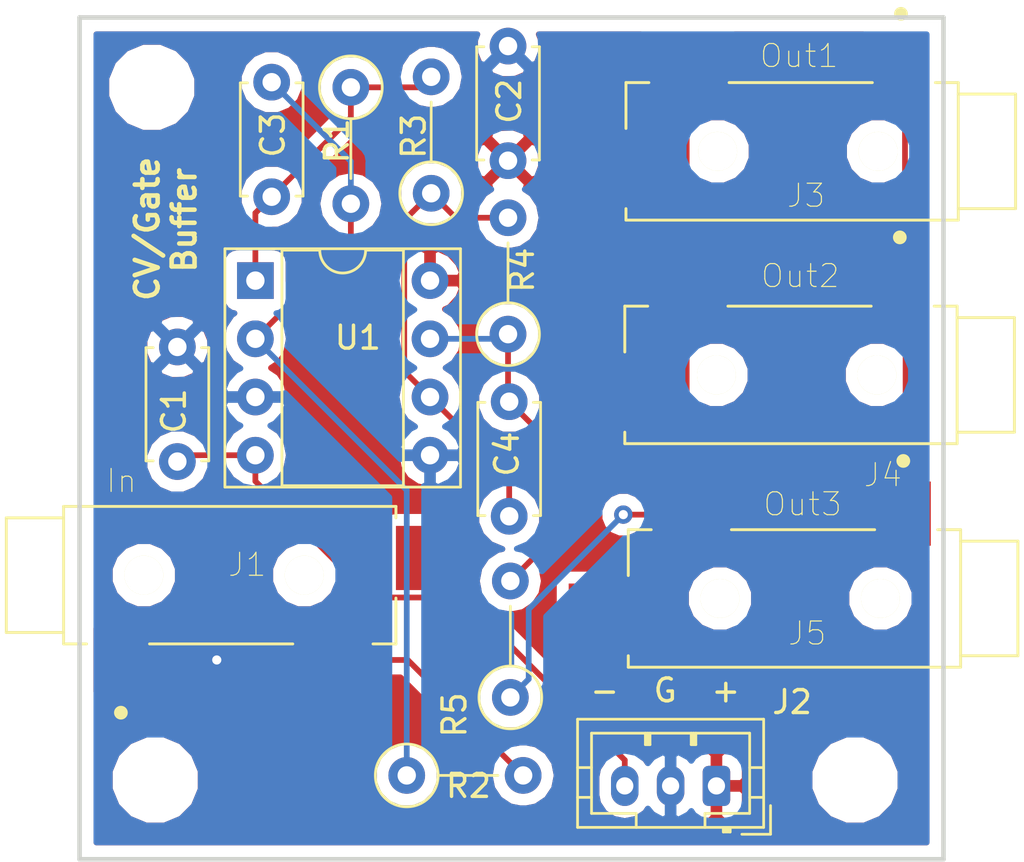
<source format=kicad_pcb>
(kicad_pcb (version 20171130) (host pcbnew "(5.0.1)-rc2")

  (general
    (thickness 1.6)
    (drawings 6)
    (tracks 67)
    (zones 0)
    (modules 18)
    (nets 14)
  )

  (page A4)
  (layers
    (0 F.Cu signal)
    (31 B.Cu signal)
    (32 B.Adhes user)
    (33 F.Adhes user)
    (34 B.Paste user)
    (35 F.Paste user)
    (36 B.SilkS user)
    (37 F.SilkS user)
    (38 B.Mask user)
    (39 F.Mask user)
    (40 Dwgs.User user)
    (41 Cmts.User user)
    (42 Eco1.User user)
    (43 Eco2.User user)
    (44 Edge.Cuts user)
    (45 Margin user)
    (46 B.CrtYd user)
    (47 F.CrtYd user)
    (48 B.Fab user)
    (49 F.Fab user hide)
  )

  (setup
    (last_trace_width 0.25)
    (trace_clearance 0.2)
    (zone_clearance 0.508)
    (zone_45_only no)
    (trace_min 0.2)
    (segment_width 0.2)
    (edge_width 0.15)
    (via_size 0.8)
    (via_drill 0.4)
    (via_min_size 0.4)
    (via_min_drill 0.3)
    (uvia_size 0.3)
    (uvia_drill 0.1)
    (uvias_allowed no)
    (uvia_min_size 0.2)
    (uvia_min_drill 0.1)
    (pcb_text_width 0.3)
    (pcb_text_size 1.5 1.5)
    (mod_edge_width 0.15)
    (mod_text_size 1 1)
    (mod_text_width 0.15)
    (pad_size 2.6 2.8)
    (pad_drill 0)
    (pad_to_mask_clearance 0.051)
    (solder_mask_min_width 0.25)
    (aux_axis_origin 0 0)
    (visible_elements FFFFFF7F)
    (pcbplotparams
      (layerselection 0x010fc_ffffffff)
      (usegerberextensions false)
      (usegerberattributes false)
      (usegerberadvancedattributes false)
      (creategerberjobfile false)
      (excludeedgelayer true)
      (linewidth 0.100000)
      (plotframeref false)
      (viasonmask false)
      (mode 1)
      (useauxorigin false)
      (hpglpennumber 1)
      (hpglpenspeed 20)
      (hpglpendiameter 15.000000)
      (psnegative false)
      (psa4output false)
      (plotreference true)
      (plotvalue true)
      (plotinvisibletext false)
      (padsonsilk false)
      (subtractmaskfromsilk false)
      (outputformat 1)
      (mirror false)
      (drillshape 0)
      (scaleselection 1)
      (outputdirectory "active_buffer/"))
  )

  (net 0 "")
  (net 1 "Net-(J3-PadT)")
  (net 2 "Net-(C4-Pad1)")
  (net 3 "Net-(C4-Pad2)")
  (net 4 "Net-(C3-Pad2)")
  (net 5 "Net-(J1-PadT)")
  (net 6 "Net-(C3-Pad1)")
  (net 7 GND)
  (net 8 -12V)
  (net 9 +12V)
  (net 10 "Net-(J4-PadTN)")
  (net 11 "Net-(J5-PadTN)")
  (net 12 "Net-(J1-PadTN)")
  (net 13 "Net-(J3-PadTN)")

  (net_class Default "This is the default net class."
    (clearance 0.2)
    (trace_width 0.25)
    (via_dia 0.8)
    (via_drill 0.4)
    (uvia_dia 0.3)
    (uvia_drill 0.1)
    (add_net +12V)
    (add_net -12V)
    (add_net GND)
    (add_net "Net-(C3-Pad1)")
    (add_net "Net-(C3-Pad2)")
    (add_net "Net-(C4-Pad1)")
    (add_net "Net-(C4-Pad2)")
    (add_net "Net-(J1-PadT)")
    (add_net "Net-(J1-PadTN)")
    (add_net "Net-(J3-PadT)")
    (add_net "Net-(J3-PadTN)")
    (add_net "Net-(J4-PadTN)")
    (add_net "Net-(J5-PadTN)")
  )

  (module Capacitor_THT:C_Disc_D4.7mm_W2.5mm_P5.00mm (layer F.Cu) (tedit 5AE50EF0) (tstamp 5C5EFF30)
    (at 179.0192 80.3148 270)
    (descr "C, Disc series, Radial, pin pitch=5.00mm, , diameter*width=4.7*2.5mm^2, Capacitor, http://www.vishay.com/docs/45233/krseries.pdf")
    (tags "C Disc series Radial pin pitch 5.00mm  diameter 4.7mm width 2.5mm Capacitor")
    (path /5C527FDC)
    (fp_text reference C1 (at 2.794 0.1524 270) (layer F.SilkS)
      (effects (font (size 1 1) (thickness 0.15)))
    )
    (fp_text value C_Small (at 2.5 2.5 270) (layer F.Fab)
      (effects (font (size 1 1) (thickness 0.15)))
    )
    (fp_text user %R (at 2.5 0 270) (layer F.Fab)
      (effects (font (size 0.94 0.94) (thickness 0.141)))
    )
    (fp_line (start 6.05 -1.5) (end -1.05 -1.5) (layer F.CrtYd) (width 0.05))
    (fp_line (start 6.05 1.5) (end 6.05 -1.5) (layer F.CrtYd) (width 0.05))
    (fp_line (start -1.05 1.5) (end 6.05 1.5) (layer F.CrtYd) (width 0.05))
    (fp_line (start -1.05 -1.5) (end -1.05 1.5) (layer F.CrtYd) (width 0.05))
    (fp_line (start 4.97 1.055) (end 4.97 1.37) (layer F.SilkS) (width 0.12))
    (fp_line (start 4.97 -1.37) (end 4.97 -1.055) (layer F.SilkS) (width 0.12))
    (fp_line (start 0.03 1.055) (end 0.03 1.37) (layer F.SilkS) (width 0.12))
    (fp_line (start 0.03 -1.37) (end 0.03 -1.055) (layer F.SilkS) (width 0.12))
    (fp_line (start 0.03 1.37) (end 4.97 1.37) (layer F.SilkS) (width 0.12))
    (fp_line (start 0.03 -1.37) (end 4.97 -1.37) (layer F.SilkS) (width 0.12))
    (fp_line (start 4.85 -1.25) (end 0.15 -1.25) (layer F.Fab) (width 0.1))
    (fp_line (start 4.85 1.25) (end 4.85 -1.25) (layer F.Fab) (width 0.1))
    (fp_line (start 0.15 1.25) (end 4.85 1.25) (layer F.Fab) (width 0.1))
    (fp_line (start 0.15 -1.25) (end 0.15 1.25) (layer F.Fab) (width 0.1))
    (pad 2 thru_hole circle (at 5 0 270) (size 1.6 1.6) (drill 0.8) (layers *.Cu *.Mask)
      (net 8 -12V))
    (pad 1 thru_hole circle (at 0 0 270) (size 1.6 1.6) (drill 0.8) (layers *.Cu *.Mask)
      (net 7 GND))
    (model ${KISYS3DMOD}/Capacitor_THT.3dshapes/C_Disc_D4.7mm_W2.5mm_P5.00mm.wrl
      (at (xyz 0 0 0))
      (scale (xyz 1 1 1))
      (rotate (xyz 0 0 0))
    )
  )

  (module SJ2-3592B-SMT-TR:CUI_SJ2-3592B-SMT-TR (layer F.Cu) (tedit 5C52807D) (tstamp 5C5EFE05)
    (at 181.3052 90.2716)
    (path /5C5281AE)
    (attr smd)
    (fp_text reference J1 (at 0.762 -0.4572) (layer F.SilkS)
      (effects (font (size 1.00194 1.00194) (thickness 0.05)))
    )
    (fp_text value In (at -4.7244 -4.1148) (layer F.SilkS)
      (effects (font (size 1.00016 1.00016) (thickness 0.05)))
    )
    (fp_line (start -7.25 -3) (end 7.25 -3) (layer Dwgs.User) (width 0.127))
    (fp_line (start 7.25 -3) (end 7.25 3) (layer Dwgs.User) (width 0.127))
    (fp_line (start 7.25 3) (end -7.25 3) (layer Dwgs.User) (width 0.127))
    (fp_line (start -7.25 3) (end -7.25 2.5) (layer Dwgs.User) (width 0.127))
    (fp_line (start -7.25 2.5) (end -7.25 -2.5) (layer Dwgs.User) (width 0.127))
    (fp_line (start -7.25 -2.5) (end -7.25 -3) (layer Dwgs.User) (width 0.127))
    (fp_line (start -10 -3.25) (end 10.25 -3.25) (layer Eco1.User) (width 0.05))
    (fp_line (start 10.25 -3.25) (end 10.25 5.5) (layer Eco1.User) (width 0.05))
    (fp_line (start 10.25 5.5) (end -10 5.5) (layer Eco1.User) (width 0.05))
    (fp_line (start -10 5.5) (end -10 -3.25) (layer Eco1.User) (width 0.05))
    (fp_circle (center -4.75 6) (end -4.6 6) (layer F.SilkS) (width 0.3))
    (fp_line (start -7.25 -2.5) (end -9.75 -2.5) (layer Dwgs.User) (width 0.127))
    (fp_line (start -9.75 -2.5) (end -9.75 2.5) (layer Dwgs.User) (width 0.127))
    (fp_line (start -9.75 2.5) (end -7.25 2.5) (layer Dwgs.User) (width 0.127))
    (fp_line (start -7.25 -2.5) (end -9.75 -2.5) (layer F.SilkS) (width 0.127))
    (fp_line (start -9.75 -2.5) (end -9.75 2.5) (layer F.SilkS) (width 0.127))
    (fp_line (start -9.75 2.5) (end -7.25 2.5) (layer F.SilkS) (width 0.127))
    (fp_line (start -7.25 2.5) (end -7.25 3) (layer F.SilkS) (width 0.127))
    (fp_line (start -7.25 3) (end -6.25 3) (layer F.SilkS) (width 0.127))
    (fp_line (start -7.25 2.5) (end -7.25 -3) (layer F.SilkS) (width 0.127))
    (fp_line (start -7.25 -3) (end 7.25 -3) (layer F.SilkS) (width 0.127))
    (fp_line (start 7.25 -3) (end 7.25 -2.5) (layer F.SilkS) (width 0.127))
    (fp_line (start 7.25 1) (end 7.25 3) (layer F.SilkS) (width 0.127))
    (fp_line (start 7.25 3) (end 6.25 3) (layer F.SilkS) (width 0.127))
    (fp_line (start -3.5 3) (end 2.75 3) (layer F.SilkS) (width 0.127))
    (pad S smd rect (at -4.85 3.7) (size 2.2 2.8) (layers F.Cu F.Paste F.Mask)
      (net 7 GND))
    (pad T smd rect (at 4.55 3.7) (size 2.8 2.8) (layers F.Cu F.Paste F.Mask)
      (net 5 "Net-(J1-PadT)"))
    (pad TN smd rect (at 8.55 -0.75) (size 2.6 2.8) (layers F.Cu F.Paste F.Mask)
      (net 12 "Net-(J1-PadTN)"))
    (pad Hole np_thru_hole circle (at -3.75 0) (size 1.7 1.7) (drill 1.7) (layers *.Cu *.Mask F.SilkS))
    (pad Hole np_thru_hole circle (at 3.25 0) (size 1.7 1.7) (drill 1.7) (layers *.Cu *.Mask F.SilkS))
  )

  (module SJ2-3592B-SMT-TR:CUI_SJ2-3592B-SMT-TR (layer F.Cu) (tedit 5C528080) (tstamp 5C5EFDC1)
    (at 205.7908 81.534 180)
    (path /5C52ADB1)
    (attr smd)
    (fp_text reference J4 (at -4.0132 -4.3688 180) (layer F.SilkS)
      (effects (font (size 1.00194 1.00194) (thickness 0.05)))
    )
    (fp_text value Out2 (at -0.4064 4.318 180) (layer F.SilkS)
      (effects (font (size 1.00016 1.00016) (thickness 0.05)))
    )
    (fp_line (start -7.25 -3) (end 7.25 -3) (layer Dwgs.User) (width 0.127))
    (fp_line (start 7.25 -3) (end 7.25 3) (layer Dwgs.User) (width 0.127))
    (fp_line (start 7.25 3) (end -7.25 3) (layer Dwgs.User) (width 0.127))
    (fp_line (start -7.25 3) (end -7.25 2.5) (layer Dwgs.User) (width 0.127))
    (fp_line (start -7.25 2.5) (end -7.25 -2.5) (layer Dwgs.User) (width 0.127))
    (fp_line (start -7.25 -2.5) (end -7.25 -3) (layer Dwgs.User) (width 0.127))
    (fp_line (start -10 -3.25) (end 10.25 -3.25) (layer Eco1.User) (width 0.05))
    (fp_line (start 10.25 -3.25) (end 10.25 5.5) (layer Eco1.User) (width 0.05))
    (fp_line (start 10.25 5.5) (end -10 5.5) (layer Eco1.User) (width 0.05))
    (fp_line (start -10 5.5) (end -10 -3.25) (layer Eco1.User) (width 0.05))
    (fp_circle (center -4.75 6) (end -4.6 6) (layer F.SilkS) (width 0.3))
    (fp_line (start -7.25 -2.5) (end -9.75 -2.5) (layer Dwgs.User) (width 0.127))
    (fp_line (start -9.75 -2.5) (end -9.75 2.5) (layer Dwgs.User) (width 0.127))
    (fp_line (start -9.75 2.5) (end -7.25 2.5) (layer Dwgs.User) (width 0.127))
    (fp_line (start -7.25 -2.5) (end -9.75 -2.5) (layer F.SilkS) (width 0.127))
    (fp_line (start -9.75 -2.5) (end -9.75 2.5) (layer F.SilkS) (width 0.127))
    (fp_line (start -9.75 2.5) (end -7.25 2.5) (layer F.SilkS) (width 0.127))
    (fp_line (start -7.25 2.5) (end -7.25 3) (layer F.SilkS) (width 0.127))
    (fp_line (start -7.25 3) (end -6.25 3) (layer F.SilkS) (width 0.127))
    (fp_line (start -7.25 2.5) (end -7.25 -3) (layer F.SilkS) (width 0.127))
    (fp_line (start -7.25 -3) (end 7.25 -3) (layer F.SilkS) (width 0.127))
    (fp_line (start 7.25 -3) (end 7.25 -2.5) (layer F.SilkS) (width 0.127))
    (fp_line (start 7.25 1) (end 7.25 3) (layer F.SilkS) (width 0.127))
    (fp_line (start 7.25 3) (end 6.25 3) (layer F.SilkS) (width 0.127))
    (fp_line (start -3.5 3) (end 2.75 3) (layer F.SilkS) (width 0.127))
    (pad S smd rect (at -4.85 3.7 180) (size 2.2 2.8) (layers F.Cu F.Paste F.Mask)
      (net 7 GND))
    (pad T smd rect (at 4.55 3.7 180) (size 2.8 2.8) (layers F.Cu F.Paste F.Mask)
      (net 1 "Net-(J3-PadT)"))
    (pad TN smd rect (at 8.55 -0.75 180) (size 2.6 2.8) (layers F.Cu F.Paste F.Mask)
      (net 10 "Net-(J4-PadTN)"))
    (pad Hole np_thru_hole circle (at -3.75 0 180) (size 1.7 1.7) (drill 1.7) (layers *.Cu *.Mask F.SilkS))
    (pad Hole np_thru_hole circle (at 3.25 0 180) (size 1.7 1.7) (drill 1.7) (layers *.Cu *.Mask F.SilkS))
  )

  (module MountingHole:MountingHole_2.7mm_M2.5_ISO14580 (layer F.Cu) (tedit 5C528AD2) (tstamp 5C5F3C40)
    (at 208.5848 99.2124)
    (descr "Mounting Hole 2.7mm, no annular, M2.5, ISO14580")
    (tags "mounting hole 2.7mm no annular m2.5 iso14580")
    (path /5C530D3F)
    (attr virtual)
    (fp_text reference H1 (at 0 -3.25) (layer F.SilkS) hide
      (effects (font (size 1 1) (thickness 0.15)))
    )
    (fp_text value MountingHole (at 0 3.25) (layer F.Fab)
      (effects (font (size 1 1) (thickness 0.15)))
    )
    (fp_circle (center 0 0) (end 2.5 0) (layer F.CrtYd) (width 0.05))
    (fp_circle (center 0 0) (end 2.25 0) (layer Cmts.User) (width 0.15))
    (fp_text user %R (at 0.3 0) (layer F.Fab)
      (effects (font (size 1 1) (thickness 0.15)))
    )
    (pad 1 np_thru_hole circle (at 0 0) (size 2.7 2.7) (drill 2.7) (layers *.Cu *.Mask))
  )

  (module MountingHole:MountingHole_2.7mm_M2.5_ISO14580 (layer F.Cu) (tedit 5C528AD8) (tstamp 5C5F3C38)
    (at 177.9016 68.9864)
    (descr "Mounting Hole 2.7mm, no annular, M2.5, ISO14580")
    (tags "mounting hole 2.7mm no annular m2.5 iso14580")
    (path /5C530CAF)
    (attr virtual)
    (fp_text reference H2 (at 0.254 3.7084) (layer F.SilkS) hide
      (effects (font (size 1 1) (thickness 0.15)))
    )
    (fp_text value MountingHole (at 0 3.25) (layer F.Fab)
      (effects (font (size 1 1) (thickness 0.15)))
    )
    (fp_text user %R (at 0.3 0) (layer F.Fab)
      (effects (font (size 1 1) (thickness 0.15)))
    )
    (fp_circle (center 0 0) (end 2.25 0) (layer Cmts.User) (width 0.15))
    (fp_circle (center 0 0) (end 2.5 0) (layer F.CrtYd) (width 0.05))
    (pad 1 np_thru_hole circle (at 0 0) (size 2.7 2.7) (drill 2.7) (layers *.Cu *.Mask))
  )

  (module MountingHole:MountingHole_2.7mm_M2.5_ISO14580 (layer F.Cu) (tedit 5C528ACD) (tstamp 5C5F3C30)
    (at 178.054 99.2124)
    (descr "Mounting Hole 2.7mm, no annular, M2.5, ISO14580")
    (tags "mounting hole 2.7mm no annular m2.5 iso14580")
    (path /5C530D01)
    (attr virtual)
    (fp_text reference H3 (at 2.4384 -2.3876) (layer F.SilkS) hide
      (effects (font (size 1 1) (thickness 0.15)))
    )
    (fp_text value MountingHole (at 0 3.25) (layer F.Fab)
      (effects (font (size 1 1) (thickness 0.15)))
    )
    (fp_circle (center 0 0) (end 2.5 0) (layer F.CrtYd) (width 0.05))
    (fp_circle (center 0 0) (end 2.25 0) (layer Cmts.User) (width 0.15))
    (fp_text user %R (at 0.3 0) (layer F.Fab)
      (effects (font (size 1 1) (thickness 0.15)))
    )
    (pad 1 np_thru_hole circle (at 0 0) (size 2.7 2.7) (drill 2.7) (layers *.Cu *.Mask))
  )

  (module Connector_JST:JST_PH_B3B-PH-K_1x03_P2.00mm_Vertical (layer F.Cu) (tedit 5B7745C2) (tstamp 5C5F172C)
    (at 202.5396 99.4664 180)
    (descr "JST PH series connector, B3B-PH-K (http://www.jst-mfg.com/product/pdf/eng/ePH.pdf), generated with kicad-footprint-generator")
    (tags "connector JST PH side entry")
    (path /5C527F60)
    (fp_text reference J2 (at -3.302 3.6576 180) (layer F.SilkS)
      (effects (font (size 1 1) (thickness 0.15)))
    )
    (fp_text value Power (at 2 4 180) (layer F.Fab)
      (effects (font (size 1 1) (thickness 0.15)))
    )
    (fp_line (start -2.06 -1.81) (end -2.06 2.91) (layer F.SilkS) (width 0.12))
    (fp_line (start -2.06 2.91) (end 6.06 2.91) (layer F.SilkS) (width 0.12))
    (fp_line (start 6.06 2.91) (end 6.06 -1.81) (layer F.SilkS) (width 0.12))
    (fp_line (start 6.06 -1.81) (end -2.06 -1.81) (layer F.SilkS) (width 0.12))
    (fp_line (start -0.3 -1.81) (end -0.3 -2.01) (layer F.SilkS) (width 0.12))
    (fp_line (start -0.3 -2.01) (end -0.6 -2.01) (layer F.SilkS) (width 0.12))
    (fp_line (start -0.6 -2.01) (end -0.6 -1.81) (layer F.SilkS) (width 0.12))
    (fp_line (start -0.3 -1.91) (end -0.6 -1.91) (layer F.SilkS) (width 0.12))
    (fp_line (start 0.5 -1.81) (end 0.5 -1.2) (layer F.SilkS) (width 0.12))
    (fp_line (start 0.5 -1.2) (end -1.45 -1.2) (layer F.SilkS) (width 0.12))
    (fp_line (start -1.45 -1.2) (end -1.45 2.3) (layer F.SilkS) (width 0.12))
    (fp_line (start -1.45 2.3) (end 5.45 2.3) (layer F.SilkS) (width 0.12))
    (fp_line (start 5.45 2.3) (end 5.45 -1.2) (layer F.SilkS) (width 0.12))
    (fp_line (start 5.45 -1.2) (end 3.5 -1.2) (layer F.SilkS) (width 0.12))
    (fp_line (start 3.5 -1.2) (end 3.5 -1.81) (layer F.SilkS) (width 0.12))
    (fp_line (start -2.06 -0.5) (end -1.45 -0.5) (layer F.SilkS) (width 0.12))
    (fp_line (start -2.06 0.8) (end -1.45 0.8) (layer F.SilkS) (width 0.12))
    (fp_line (start 6.06 -0.5) (end 5.45 -0.5) (layer F.SilkS) (width 0.12))
    (fp_line (start 6.06 0.8) (end 5.45 0.8) (layer F.SilkS) (width 0.12))
    (fp_line (start 0.9 2.3) (end 0.9 1.8) (layer F.SilkS) (width 0.12))
    (fp_line (start 0.9 1.8) (end 1.1 1.8) (layer F.SilkS) (width 0.12))
    (fp_line (start 1.1 1.8) (end 1.1 2.3) (layer F.SilkS) (width 0.12))
    (fp_line (start 1 2.3) (end 1 1.8) (layer F.SilkS) (width 0.12))
    (fp_line (start 2.9 2.3) (end 2.9 1.8) (layer F.SilkS) (width 0.12))
    (fp_line (start 2.9 1.8) (end 3.1 1.8) (layer F.SilkS) (width 0.12))
    (fp_line (start 3.1 1.8) (end 3.1 2.3) (layer F.SilkS) (width 0.12))
    (fp_line (start 3 2.3) (end 3 1.8) (layer F.SilkS) (width 0.12))
    (fp_line (start -1.11 -2.11) (end -2.36 -2.11) (layer F.SilkS) (width 0.12))
    (fp_line (start -2.36 -2.11) (end -2.36 -0.86) (layer F.SilkS) (width 0.12))
    (fp_line (start -1.11 -2.11) (end -2.36 -2.11) (layer F.Fab) (width 0.1))
    (fp_line (start -2.36 -2.11) (end -2.36 -0.86) (layer F.Fab) (width 0.1))
    (fp_line (start -1.95 -1.7) (end -1.95 2.8) (layer F.Fab) (width 0.1))
    (fp_line (start -1.95 2.8) (end 5.95 2.8) (layer F.Fab) (width 0.1))
    (fp_line (start 5.95 2.8) (end 5.95 -1.7) (layer F.Fab) (width 0.1))
    (fp_line (start 5.95 -1.7) (end -1.95 -1.7) (layer F.Fab) (width 0.1))
    (fp_line (start -2.45 -2.2) (end -2.45 3.3) (layer F.CrtYd) (width 0.05))
    (fp_line (start -2.45 3.3) (end 6.45 3.3) (layer F.CrtYd) (width 0.05))
    (fp_line (start 6.45 3.3) (end 6.45 -2.2) (layer F.CrtYd) (width 0.05))
    (fp_line (start 6.45 -2.2) (end -2.45 -2.2) (layer F.CrtYd) (width 0.05))
    (fp_text user %R (at 2 1.5 180) (layer F.Fab)
      (effects (font (size 1 1) (thickness 0.15)))
    )
    (pad 1 thru_hole roundrect (at 0 0 180) (size 1.2 1.75) (drill 0.75) (layers *.Cu *.Mask) (roundrect_rratio 0.208333)
      (net 9 +12V))
    (pad 2 thru_hole oval (at 2 0 180) (size 1.2 1.75) (drill 0.75) (layers *.Cu *.Mask)
      (net 7 GND))
    (pad 3 thru_hole oval (at 4 0 180) (size 1.2 1.75) (drill 0.75) (layers *.Cu *.Mask)
      (net 8 -12V))
    (model ${KISYS3DMOD}/Connector_JST.3dshapes/JST_PH_B3B-PH-K_1x03_P2.00mm_Vertical.wrl
      (at (xyz 0 0 0))
      (scale (xyz 1 1 1))
      (rotate (xyz 0 0 0))
    )
  )

  (module Capacitor_THT:C_Disc_D4.7mm_W2.5mm_P5.00mm (layer F.Cu) (tedit 5AE50EF0) (tstamp 5C5EFF1B)
    (at 193.4464 72.1868 90)
    (descr "C, Disc series, Radial, pin pitch=5.00mm, , diameter*width=4.7*2.5mm^2, Capacitor, http://www.vishay.com/docs/45233/krseries.pdf")
    (tags "C Disc series Radial pin pitch 5.00mm  diameter 4.7mm width 2.5mm Capacitor")
    (path /5C528FDA)
    (fp_text reference C2 (at 2.5908 0.0508 90) (layer F.SilkS)
      (effects (font (size 1 1) (thickness 0.15)))
    )
    (fp_text value C_Small (at 2.5 2.5 90) (layer F.Fab)
      (effects (font (size 1 1) (thickness 0.15)))
    )
    (fp_line (start 0.15 -1.25) (end 0.15 1.25) (layer F.Fab) (width 0.1))
    (fp_line (start 0.15 1.25) (end 4.85 1.25) (layer F.Fab) (width 0.1))
    (fp_line (start 4.85 1.25) (end 4.85 -1.25) (layer F.Fab) (width 0.1))
    (fp_line (start 4.85 -1.25) (end 0.15 -1.25) (layer F.Fab) (width 0.1))
    (fp_line (start 0.03 -1.37) (end 4.97 -1.37) (layer F.SilkS) (width 0.12))
    (fp_line (start 0.03 1.37) (end 4.97 1.37) (layer F.SilkS) (width 0.12))
    (fp_line (start 0.03 -1.37) (end 0.03 -1.055) (layer F.SilkS) (width 0.12))
    (fp_line (start 0.03 1.055) (end 0.03 1.37) (layer F.SilkS) (width 0.12))
    (fp_line (start 4.97 -1.37) (end 4.97 -1.055) (layer F.SilkS) (width 0.12))
    (fp_line (start 4.97 1.055) (end 4.97 1.37) (layer F.SilkS) (width 0.12))
    (fp_line (start -1.05 -1.5) (end -1.05 1.5) (layer F.CrtYd) (width 0.05))
    (fp_line (start -1.05 1.5) (end 6.05 1.5) (layer F.CrtYd) (width 0.05))
    (fp_line (start 6.05 1.5) (end 6.05 -1.5) (layer F.CrtYd) (width 0.05))
    (fp_line (start 6.05 -1.5) (end -1.05 -1.5) (layer F.CrtYd) (width 0.05))
    (fp_text user %R (at 2.5 0 90) (layer F.Fab)
      (effects (font (size 0.94 0.94) (thickness 0.141)))
    )
    (pad 1 thru_hole circle (at 0 0 90) (size 1.6 1.6) (drill 0.8) (layers *.Cu *.Mask)
      (net 9 +12V))
    (pad 2 thru_hole circle (at 5 0 90) (size 1.6 1.6) (drill 0.8) (layers *.Cu *.Mask)
      (net 7 GND))
    (model ${KISYS3DMOD}/Capacitor_THT.3dshapes/C_Disc_D4.7mm_W2.5mm_P5.00mm.wrl
      (at (xyz 0 0 0))
      (scale (xyz 1 1 1))
      (rotate (xyz 0 0 0))
    )
  )

  (module Capacitor_THT:C_Disc_D4.7mm_W2.5mm_P5.00mm (layer F.Cu) (tedit 5AE50EF0) (tstamp 5C5EFF06)
    (at 183.134 73.7616 90)
    (descr "C, Disc series, Radial, pin pitch=5.00mm, , diameter*width=4.7*2.5mm^2, Capacitor, http://www.vishay.com/docs/45233/krseries.pdf")
    (tags "C Disc series Radial pin pitch 5.00mm  diameter 4.7mm width 2.5mm Capacitor")
    (path /5C52E11A)
    (fp_text reference C3 (at 2.6924 0.0508 90) (layer F.SilkS)
      (effects (font (size 1 1) (thickness 0.15)))
    )
    (fp_text value 47pF (at 2.5 2.5 90) (layer F.Fab)
      (effects (font (size 1 1) (thickness 0.15)))
    )
    (fp_text user %R (at 2.5 0 90) (layer F.Fab)
      (effects (font (size 0.94 0.94) (thickness 0.141)))
    )
    (fp_line (start 6.05 -1.5) (end -1.05 -1.5) (layer F.CrtYd) (width 0.05))
    (fp_line (start 6.05 1.5) (end 6.05 -1.5) (layer F.CrtYd) (width 0.05))
    (fp_line (start -1.05 1.5) (end 6.05 1.5) (layer F.CrtYd) (width 0.05))
    (fp_line (start -1.05 -1.5) (end -1.05 1.5) (layer F.CrtYd) (width 0.05))
    (fp_line (start 4.97 1.055) (end 4.97 1.37) (layer F.SilkS) (width 0.12))
    (fp_line (start 4.97 -1.37) (end 4.97 -1.055) (layer F.SilkS) (width 0.12))
    (fp_line (start 0.03 1.055) (end 0.03 1.37) (layer F.SilkS) (width 0.12))
    (fp_line (start 0.03 -1.37) (end 0.03 -1.055) (layer F.SilkS) (width 0.12))
    (fp_line (start 0.03 1.37) (end 4.97 1.37) (layer F.SilkS) (width 0.12))
    (fp_line (start 0.03 -1.37) (end 4.97 -1.37) (layer F.SilkS) (width 0.12))
    (fp_line (start 4.85 -1.25) (end 0.15 -1.25) (layer F.Fab) (width 0.1))
    (fp_line (start 4.85 1.25) (end 4.85 -1.25) (layer F.Fab) (width 0.1))
    (fp_line (start 0.15 1.25) (end 4.85 1.25) (layer F.Fab) (width 0.1))
    (fp_line (start 0.15 -1.25) (end 0.15 1.25) (layer F.Fab) (width 0.1))
    (pad 2 thru_hole circle (at 5 0 90) (size 1.6 1.6) (drill 0.8) (layers *.Cu *.Mask)
      (net 4 "Net-(C3-Pad2)"))
    (pad 1 thru_hole circle (at 0 0 90) (size 1.6 1.6) (drill 0.8) (layers *.Cu *.Mask)
      (net 6 "Net-(C3-Pad1)"))
    (model ${KISYS3DMOD}/Capacitor_THT.3dshapes/C_Disc_D4.7mm_W2.5mm_P5.00mm.wrl
      (at (xyz 0 0 0))
      (scale (xyz 1 1 1))
      (rotate (xyz 0 0 0))
    )
  )

  (module Capacitor_THT:C_Disc_D4.7mm_W2.5mm_P5.00mm (layer F.Cu) (tedit 5AE50EF0) (tstamp 5C5EFEF1)
    (at 193.4972 82.7024 270)
    (descr "C, Disc series, Radial, pin pitch=5.00mm, , diameter*width=4.7*2.5mm^2, Capacitor, http://www.vishay.com/docs/45233/krseries.pdf")
    (tags "C Disc series Radial pin pitch 5.00mm  diameter 4.7mm width 2.5mm Capacitor")
    (path /5C52E205)
    (fp_text reference C4 (at 2.286 0.1016 270) (layer F.SilkS)
      (effects (font (size 1 1) (thickness 0.15)))
    )
    (fp_text value 47pF (at 2.5 2.5 270) (layer F.Fab)
      (effects (font (size 1 1) (thickness 0.15)))
    )
    (fp_line (start 0.15 -1.25) (end 0.15 1.25) (layer F.Fab) (width 0.1))
    (fp_line (start 0.15 1.25) (end 4.85 1.25) (layer F.Fab) (width 0.1))
    (fp_line (start 4.85 1.25) (end 4.85 -1.25) (layer F.Fab) (width 0.1))
    (fp_line (start 4.85 -1.25) (end 0.15 -1.25) (layer F.Fab) (width 0.1))
    (fp_line (start 0.03 -1.37) (end 4.97 -1.37) (layer F.SilkS) (width 0.12))
    (fp_line (start 0.03 1.37) (end 4.97 1.37) (layer F.SilkS) (width 0.12))
    (fp_line (start 0.03 -1.37) (end 0.03 -1.055) (layer F.SilkS) (width 0.12))
    (fp_line (start 0.03 1.055) (end 0.03 1.37) (layer F.SilkS) (width 0.12))
    (fp_line (start 4.97 -1.37) (end 4.97 -1.055) (layer F.SilkS) (width 0.12))
    (fp_line (start 4.97 1.055) (end 4.97 1.37) (layer F.SilkS) (width 0.12))
    (fp_line (start -1.05 -1.5) (end -1.05 1.5) (layer F.CrtYd) (width 0.05))
    (fp_line (start -1.05 1.5) (end 6.05 1.5) (layer F.CrtYd) (width 0.05))
    (fp_line (start 6.05 1.5) (end 6.05 -1.5) (layer F.CrtYd) (width 0.05))
    (fp_line (start 6.05 -1.5) (end -1.05 -1.5) (layer F.CrtYd) (width 0.05))
    (fp_text user %R (at 2.5 0 270) (layer F.Fab)
      (effects (font (size 0.94 0.94) (thickness 0.141)))
    )
    (pad 1 thru_hole circle (at 0 0 270) (size 1.6 1.6) (drill 0.8) (layers *.Cu *.Mask)
      (net 2 "Net-(C4-Pad1)"))
    (pad 2 thru_hole circle (at 5 0 270) (size 1.6 1.6) (drill 0.8) (layers *.Cu *.Mask)
      (net 3 "Net-(C4-Pad2)"))
    (model ${KISYS3DMOD}/Capacitor_THT.3dshapes/C_Disc_D4.7mm_W2.5mm_P5.00mm.wrl
      (at (xyz 0 0 0))
      (scale (xyz 1 1 1))
      (rotate (xyz 0 0 0))
    )
  )

  (module Package_DIP:DIP-8_W7.62mm_Socket (layer F.Cu) (tedit 5A02E8C5) (tstamp 5C5EFEB4)
    (at 182.4228 77.4192)
    (descr "8-lead though-hole mounted DIP package, row spacing 7.62 mm (300 mils), Socket")
    (tags "THT DIP DIL PDIP 2.54mm 7.62mm 300mil Socket")
    (path /5C527D5E)
    (fp_text reference U1 (at 4.4704 2.4892) (layer F.SilkS)
      (effects (font (size 1 1) (thickness 0.15)))
    )
    (fp_text value TL072 (at 3.81 9.95) (layer F.Fab)
      (effects (font (size 1 1) (thickness 0.15)))
    )
    (fp_arc (start 3.81 -1.33) (end 2.81 -1.33) (angle -180) (layer F.SilkS) (width 0.12))
    (fp_line (start 1.635 -1.27) (end 6.985 -1.27) (layer F.Fab) (width 0.1))
    (fp_line (start 6.985 -1.27) (end 6.985 8.89) (layer F.Fab) (width 0.1))
    (fp_line (start 6.985 8.89) (end 0.635 8.89) (layer F.Fab) (width 0.1))
    (fp_line (start 0.635 8.89) (end 0.635 -0.27) (layer F.Fab) (width 0.1))
    (fp_line (start 0.635 -0.27) (end 1.635 -1.27) (layer F.Fab) (width 0.1))
    (fp_line (start -1.27 -1.33) (end -1.27 8.95) (layer F.Fab) (width 0.1))
    (fp_line (start -1.27 8.95) (end 8.89 8.95) (layer F.Fab) (width 0.1))
    (fp_line (start 8.89 8.95) (end 8.89 -1.33) (layer F.Fab) (width 0.1))
    (fp_line (start 8.89 -1.33) (end -1.27 -1.33) (layer F.Fab) (width 0.1))
    (fp_line (start 2.81 -1.33) (end 1.16 -1.33) (layer F.SilkS) (width 0.12))
    (fp_line (start 1.16 -1.33) (end 1.16 8.95) (layer F.SilkS) (width 0.12))
    (fp_line (start 1.16 8.95) (end 6.46 8.95) (layer F.SilkS) (width 0.12))
    (fp_line (start 6.46 8.95) (end 6.46 -1.33) (layer F.SilkS) (width 0.12))
    (fp_line (start 6.46 -1.33) (end 4.81 -1.33) (layer F.SilkS) (width 0.12))
    (fp_line (start -1.33 -1.39) (end -1.33 9.01) (layer F.SilkS) (width 0.12))
    (fp_line (start -1.33 9.01) (end 8.95 9.01) (layer F.SilkS) (width 0.12))
    (fp_line (start 8.95 9.01) (end 8.95 -1.39) (layer F.SilkS) (width 0.12))
    (fp_line (start 8.95 -1.39) (end -1.33 -1.39) (layer F.SilkS) (width 0.12))
    (fp_line (start -1.55 -1.6) (end -1.55 9.2) (layer F.CrtYd) (width 0.05))
    (fp_line (start -1.55 9.2) (end 9.15 9.2) (layer F.CrtYd) (width 0.05))
    (fp_line (start 9.15 9.2) (end 9.15 -1.6) (layer F.CrtYd) (width 0.05))
    (fp_line (start 9.15 -1.6) (end -1.55 -1.6) (layer F.CrtYd) (width 0.05))
    (fp_text user %R (at 3.81 3.81) (layer F.Fab)
      (effects (font (size 1 1) (thickness 0.15)))
    )
    (pad 1 thru_hole rect (at 0 0) (size 1.6 1.6) (drill 0.8) (layers *.Cu *.Mask)
      (net 6 "Net-(C3-Pad1)"))
    (pad 5 thru_hole oval (at 7.62 7.62) (size 1.6 1.6) (drill 0.8) (layers *.Cu *.Mask)
      (net 7 GND))
    (pad 2 thru_hole oval (at 0 2.54) (size 1.6 1.6) (drill 0.8) (layers *.Cu *.Mask)
      (net 4 "Net-(C3-Pad2)"))
    (pad 6 thru_hole oval (at 7.62 5.08) (size 1.6 1.6) (drill 0.8) (layers *.Cu *.Mask)
      (net 3 "Net-(C4-Pad2)"))
    (pad 3 thru_hole oval (at 0 5.08) (size 1.6 1.6) (drill 0.8) (layers *.Cu *.Mask)
      (net 7 GND))
    (pad 7 thru_hole oval (at 7.62 2.54) (size 1.6 1.6) (drill 0.8) (layers *.Cu *.Mask)
      (net 2 "Net-(C4-Pad1)"))
    (pad 4 thru_hole oval (at 0 7.62) (size 1.6 1.6) (drill 0.8) (layers *.Cu *.Mask)
      (net 8 -12V))
    (pad 8 thru_hole oval (at 7.62 0) (size 1.6 1.6) (drill 0.8) (layers *.Cu *.Mask)
      (net 9 +12V))
    (model ${KISYS3DMOD}/Package_DIP.3dshapes/DIP-8_W7.62mm_Socket.wrl
      (at (xyz 0 0 0))
      (scale (xyz 1 1 1))
      (rotate (xyz 0 0 0))
    )
  )

  (module Resistor_THT:R_Axial_DIN0207_L6.3mm_D2.5mm_P5.08mm_Vertical (layer F.Cu) (tedit 5AE5139B) (tstamp 5C5EFE90)
    (at 186.5884 68.9864 270)
    (descr "Resistor, Axial_DIN0207 series, Axial, Vertical, pin pitch=5.08mm, 0.25W = 1/4W, length*diameter=6.3*2.5mm^2, http://cdn-reichelt.de/documents/datenblatt/B400/1_4W%23YAG.pdf")
    (tags "Resistor Axial_DIN0207 series Axial Vertical pin pitch 5.08mm 0.25W = 1/4W length 6.3mm diameter 2.5mm")
    (path /5C5280B2)
    (fp_text reference R1 (at 2.3368 0.6096 270) (layer F.SilkS)
      (effects (font (size 1 1) (thickness 0.15)))
    )
    (fp_text value 100k (at 2.54 2.37 270) (layer F.Fab)
      (effects (font (size 1 1) (thickness 0.15)))
    )
    (fp_circle (center 0 0) (end 1.25 0) (layer F.Fab) (width 0.1))
    (fp_circle (center 0 0) (end 1.37 0) (layer F.SilkS) (width 0.12))
    (fp_line (start 0 0) (end 5.08 0) (layer F.Fab) (width 0.1))
    (fp_line (start 1.37 0) (end 3.98 0) (layer F.SilkS) (width 0.12))
    (fp_line (start -1.5 -1.5) (end -1.5 1.5) (layer F.CrtYd) (width 0.05))
    (fp_line (start -1.5 1.5) (end 6.13 1.5) (layer F.CrtYd) (width 0.05))
    (fp_line (start 6.13 1.5) (end 6.13 -1.5) (layer F.CrtYd) (width 0.05))
    (fp_line (start 6.13 -1.5) (end -1.5 -1.5) (layer F.CrtYd) (width 0.05))
    (fp_text user %R (at 2.54 -2.37 270) (layer F.Fab)
      (effects (font (size 1 1) (thickness 0.15)))
    )
    (pad 1 thru_hole circle (at 0 0 270) (size 1.6 1.6) (drill 0.8) (layers *.Cu *.Mask)
      (net 6 "Net-(C3-Pad1)"))
    (pad 2 thru_hole oval (at 5.08 0 270) (size 1.6 1.6) (drill 0.8) (layers *.Cu *.Mask)
      (net 4 "Net-(C3-Pad2)"))
    (model ${KISYS3DMOD}/Resistor_THT.3dshapes/R_Axial_DIN0207_L6.3mm_D2.5mm_P5.08mm_Vertical.wrl
      (at (xyz 0 0 0))
      (scale (xyz 1 1 1))
      (rotate (xyz 0 0 0))
    )
  )

  (module Resistor_THT:R_Axial_DIN0207_L6.3mm_D2.5mm_P5.08mm_Vertical (layer F.Cu) (tedit 5AE5139B) (tstamp 5C5EFE81)
    (at 190.0936 73.6092 90)
    (descr "Resistor, Axial_DIN0207 series, Axial, Vertical, pin pitch=5.08mm, 0.25W = 1/4W, length*diameter=6.3*2.5mm^2, http://cdn-reichelt.de/documents/datenblatt/B400/1_4W%23YAG.pdf")
    (tags "Resistor Axial_DIN0207 series Axial Vertical pin pitch 5.08mm 0.25W = 1/4W length 6.3mm diameter 2.5mm")
    (path /5C5286AD)
    (fp_text reference R3 (at 2.4892 -0.762 90) (layer F.SilkS)
      (effects (font (size 1 1) (thickness 0.15)))
    )
    (fp_text value 100k (at 2.54 2.37 90) (layer F.Fab)
      (effects (font (size 1 1) (thickness 0.15)))
    )
    (fp_text user %R (at 2.54 -2.37 90) (layer F.Fab)
      (effects (font (size 1 1) (thickness 0.15)))
    )
    (fp_line (start 6.13 -1.5) (end -1.5 -1.5) (layer F.CrtYd) (width 0.05))
    (fp_line (start 6.13 1.5) (end 6.13 -1.5) (layer F.CrtYd) (width 0.05))
    (fp_line (start -1.5 1.5) (end 6.13 1.5) (layer F.CrtYd) (width 0.05))
    (fp_line (start -1.5 -1.5) (end -1.5 1.5) (layer F.CrtYd) (width 0.05))
    (fp_line (start 1.37 0) (end 3.98 0) (layer F.SilkS) (width 0.12))
    (fp_line (start 0 0) (end 5.08 0) (layer F.Fab) (width 0.1))
    (fp_circle (center 0 0) (end 1.37 0) (layer F.SilkS) (width 0.12))
    (fp_circle (center 0 0) (end 1.25 0) (layer F.Fab) (width 0.1))
    (pad 2 thru_hole oval (at 5.08 0 90) (size 1.6 1.6) (drill 0.8) (layers *.Cu *.Mask)
      (net 6 "Net-(C3-Pad1)"))
    (pad 1 thru_hole circle (at 0 0 90) (size 1.6 1.6) (drill 0.8) (layers *.Cu *.Mask)
      (net 3 "Net-(C4-Pad2)"))
    (model ${KISYS3DMOD}/Resistor_THT.3dshapes/R_Axial_DIN0207_L6.3mm_D2.5mm_P5.08mm_Vertical.wrl
      (at (xyz 0 0 0))
      (scale (xyz 1 1 1))
      (rotate (xyz 0 0 0))
    )
  )

  (module Resistor_THT:R_Axial_DIN0207_L6.3mm_D2.5mm_P5.08mm_Vertical (layer F.Cu) (tedit 5AE5139B) (tstamp 5C5EFE72)
    (at 189.0268 99.0092)
    (descr "Resistor, Axial_DIN0207 series, Axial, Vertical, pin pitch=5.08mm, 0.25W = 1/4W, length*diameter=6.3*2.5mm^2, http://cdn-reichelt.de/documents/datenblatt/B400/1_4W%23YAG.pdf")
    (tags "Resistor Axial_DIN0207 series Axial Vertical pin pitch 5.08mm 0.25W = 1/4W length 6.3mm diameter 2.5mm")
    (path /5C52861F)
    (fp_text reference R2 (at 2.6924 0.4572) (layer F.SilkS)
      (effects (font (size 1 1) (thickness 0.15)))
    )
    (fp_text value 100k (at 2.54 2.37) (layer F.Fab)
      (effects (font (size 1 1) (thickness 0.15)))
    )
    (fp_circle (center 0 0) (end 1.25 0) (layer F.Fab) (width 0.1))
    (fp_circle (center 0 0) (end 1.37 0) (layer F.SilkS) (width 0.12))
    (fp_line (start 0 0) (end 5.08 0) (layer F.Fab) (width 0.1))
    (fp_line (start 1.37 0) (end 3.98 0) (layer F.SilkS) (width 0.12))
    (fp_line (start -1.5 -1.5) (end -1.5 1.5) (layer F.CrtYd) (width 0.05))
    (fp_line (start -1.5 1.5) (end 6.13 1.5) (layer F.CrtYd) (width 0.05))
    (fp_line (start 6.13 1.5) (end 6.13 -1.5) (layer F.CrtYd) (width 0.05))
    (fp_line (start 6.13 -1.5) (end -1.5 -1.5) (layer F.CrtYd) (width 0.05))
    (fp_text user %R (at 2.54 -2.37) (layer F.Fab)
      (effects (font (size 1 1) (thickness 0.15)))
    )
    (pad 1 thru_hole circle (at 0 0) (size 1.6 1.6) (drill 0.8) (layers *.Cu *.Mask)
      (net 4 "Net-(C3-Pad2)"))
    (pad 2 thru_hole oval (at 5.08 0) (size 1.6 1.6) (drill 0.8) (layers *.Cu *.Mask)
      (net 5 "Net-(J1-PadT)"))
    (model ${KISYS3DMOD}/Resistor_THT.3dshapes/R_Axial_DIN0207_L6.3mm_D2.5mm_P5.08mm_Vertical.wrl
      (at (xyz 0 0 0))
      (scale (xyz 1 1 1))
      (rotate (xyz 0 0 0))
    )
  )

  (module Resistor_THT:R_Axial_DIN0207_L6.3mm_D2.5mm_P5.08mm_Vertical (layer F.Cu) (tedit 5AE5139B) (tstamp 5C5EFE63)
    (at 193.4464 79.756 90)
    (descr "Resistor, Axial_DIN0207 series, Axial, Vertical, pin pitch=5.08mm, 0.25W = 1/4W, length*diameter=6.3*2.5mm^2, http://cdn-reichelt.de/documents/datenblatt/B400/1_4W%23YAG.pdf")
    (tags "Resistor Axial_DIN0207 series Axial Vertical pin pitch 5.08mm 0.25W = 1/4W length 6.3mm diameter 2.5mm")
    (path /5C52873D)
    (fp_text reference R4 (at 2.794 0.6096 90) (layer F.SilkS)
      (effects (font (size 1 1) (thickness 0.15)))
    )
    (fp_text value 100k (at 2.54 2.37 90) (layer F.Fab)
      (effects (font (size 1 1) (thickness 0.15)))
    )
    (fp_text user %R (at 2.54 -2.37 90) (layer F.Fab)
      (effects (font (size 1 1) (thickness 0.15)))
    )
    (fp_line (start 6.13 -1.5) (end -1.5 -1.5) (layer F.CrtYd) (width 0.05))
    (fp_line (start 6.13 1.5) (end 6.13 -1.5) (layer F.CrtYd) (width 0.05))
    (fp_line (start -1.5 1.5) (end 6.13 1.5) (layer F.CrtYd) (width 0.05))
    (fp_line (start -1.5 -1.5) (end -1.5 1.5) (layer F.CrtYd) (width 0.05))
    (fp_line (start 1.37 0) (end 3.98 0) (layer F.SilkS) (width 0.12))
    (fp_line (start 0 0) (end 5.08 0) (layer F.Fab) (width 0.1))
    (fp_circle (center 0 0) (end 1.37 0) (layer F.SilkS) (width 0.12))
    (fp_circle (center 0 0) (end 1.25 0) (layer F.Fab) (width 0.1))
    (pad 2 thru_hole oval (at 5.08 0 90) (size 1.6 1.6) (drill 0.8) (layers *.Cu *.Mask)
      (net 3 "Net-(C4-Pad2)"))
    (pad 1 thru_hole circle (at 0 0 90) (size 1.6 1.6) (drill 0.8) (layers *.Cu *.Mask)
      (net 2 "Net-(C4-Pad1)"))
    (model ${KISYS3DMOD}/Resistor_THT.3dshapes/R_Axial_DIN0207_L6.3mm_D2.5mm_P5.08mm_Vertical.wrl
      (at (xyz 0 0 0))
      (scale (xyz 1 1 1))
      (rotate (xyz 0 0 0))
    )
  )

  (module Resistor_THT:R_Axial_DIN0207_L6.3mm_D2.5mm_P5.08mm_Vertical (layer F.Cu) (tedit 5AE5139B) (tstamp 5C5EFE36)
    (at 193.548 95.6056 90)
    (descr "Resistor, Axial_DIN0207 series, Axial, Vertical, pin pitch=5.08mm, 0.25W = 1/4W, length*diameter=6.3*2.5mm^2, http://cdn-reichelt.de/documents/datenblatt/B400/1_4W%23YAG.pdf")
    (tags "Resistor Axial_DIN0207 series Axial Vertical pin pitch 5.08mm 0.25W = 1/4W length 6.3mm diameter 2.5mm")
    (path /5C528858)
    (fp_text reference R5 (at -0.762 -2.4384 90) (layer F.SilkS)
      (effects (font (size 1 1) (thickness 0.15)))
    )
    (fp_text value 1k (at 2.54 2.37 90) (layer F.Fab)
      (effects (font (size 1 1) (thickness 0.15)))
    )
    (fp_circle (center 0 0) (end 1.25 0) (layer F.Fab) (width 0.1))
    (fp_circle (center 0 0) (end 1.37 0) (layer F.SilkS) (width 0.12))
    (fp_line (start 0 0) (end 5.08 0) (layer F.Fab) (width 0.1))
    (fp_line (start 1.37 0) (end 3.98 0) (layer F.SilkS) (width 0.12))
    (fp_line (start -1.5 -1.5) (end -1.5 1.5) (layer F.CrtYd) (width 0.05))
    (fp_line (start -1.5 1.5) (end 6.13 1.5) (layer F.CrtYd) (width 0.05))
    (fp_line (start 6.13 1.5) (end 6.13 -1.5) (layer F.CrtYd) (width 0.05))
    (fp_line (start 6.13 -1.5) (end -1.5 -1.5) (layer F.CrtYd) (width 0.05))
    (fp_text user %R (at 2.54 -2.37 90) (layer F.Fab)
      (effects (font (size 1 1) (thickness 0.15)))
    )
    (pad 1 thru_hole circle (at 0 0 90) (size 1.6 1.6) (drill 0.8) (layers *.Cu *.Mask)
      (net 1 "Net-(J3-PadT)"))
    (pad 2 thru_hole oval (at 5.08 0 90) (size 1.6 1.6) (drill 0.8) (layers *.Cu *.Mask)
      (net 2 "Net-(C4-Pad1)"))
    (model ${KISYS3DMOD}/Resistor_THT.3dshapes/R_Axial_DIN0207_L6.3mm_D2.5mm_P5.08mm_Vertical.wrl
      (at (xyz 0 0 0))
      (scale (xyz 1 1 1))
      (rotate (xyz 0 0 0))
    )
  )

  (module SJ2-3592B-SMT-TR:CUI_SJ2-3592B-SMT-TR (layer F.Cu) (tedit 5C528084) (tstamp 5C5EFE27)
    (at 205.8416 71.7804 180)
    (path /5C52AD39)
    (attr smd)
    (fp_text reference J3 (at -0.6096 -1.9304 180) (layer F.SilkS)
      (effects (font (size 1.00194 1.00194) (thickness 0.05)))
    )
    (fp_text value Out1 (at -0.3048 4.1656 180) (layer F.SilkS)
      (effects (font (size 1.00016 1.00016) (thickness 0.05)))
    )
    (fp_line (start -3.5 3) (end 2.75 3) (layer F.SilkS) (width 0.127))
    (fp_line (start 7.25 3) (end 6.25 3) (layer F.SilkS) (width 0.127))
    (fp_line (start 7.25 1) (end 7.25 3) (layer F.SilkS) (width 0.127))
    (fp_line (start 7.25 -3) (end 7.25 -2.5) (layer F.SilkS) (width 0.127))
    (fp_line (start -7.25 -3) (end 7.25 -3) (layer F.SilkS) (width 0.127))
    (fp_line (start -7.25 2.5) (end -7.25 -3) (layer F.SilkS) (width 0.127))
    (fp_line (start -7.25 3) (end -6.25 3) (layer F.SilkS) (width 0.127))
    (fp_line (start -7.25 2.5) (end -7.25 3) (layer F.SilkS) (width 0.127))
    (fp_line (start -9.75 2.5) (end -7.25 2.5) (layer F.SilkS) (width 0.127))
    (fp_line (start -9.75 -2.5) (end -9.75 2.5) (layer F.SilkS) (width 0.127))
    (fp_line (start -7.25 -2.5) (end -9.75 -2.5) (layer F.SilkS) (width 0.127))
    (fp_line (start -9.75 2.5) (end -7.25 2.5) (layer Dwgs.User) (width 0.127))
    (fp_line (start -9.75 -2.5) (end -9.75 2.5) (layer Dwgs.User) (width 0.127))
    (fp_line (start -7.25 -2.5) (end -9.75 -2.5) (layer Dwgs.User) (width 0.127))
    (fp_circle (center -4.75 6) (end -4.6 6) (layer F.SilkS) (width 0.3))
    (fp_line (start -10 5.5) (end -10 -3.25) (layer Eco1.User) (width 0.05))
    (fp_line (start 10.25 5.5) (end -10 5.5) (layer Eco1.User) (width 0.05))
    (fp_line (start 10.25 -3.25) (end 10.25 5.5) (layer Eco1.User) (width 0.05))
    (fp_line (start -10 -3.25) (end 10.25 -3.25) (layer Eco1.User) (width 0.05))
    (fp_line (start -7.25 -2.5) (end -7.25 -3) (layer Dwgs.User) (width 0.127))
    (fp_line (start -7.25 2.5) (end -7.25 -2.5) (layer Dwgs.User) (width 0.127))
    (fp_line (start -7.25 3) (end -7.25 2.5) (layer Dwgs.User) (width 0.127))
    (fp_line (start 7.25 3) (end -7.25 3) (layer Dwgs.User) (width 0.127))
    (fp_line (start 7.25 -3) (end 7.25 3) (layer Dwgs.User) (width 0.127))
    (fp_line (start -7.25 -3) (end 7.25 -3) (layer Dwgs.User) (width 0.127))
    (pad Hole np_thru_hole circle (at 3.25 0 180) (size 1.7 1.7) (drill 1.7) (layers *.Cu *.Mask F.SilkS))
    (pad Hole np_thru_hole circle (at -3.75 0 180) (size 1.7 1.7) (drill 1.7) (layers *.Cu *.Mask F.SilkS))
    (pad TN smd rect (at 8.55 -0.75 180) (size 2.6 2.8) (layers F.Cu F.Paste F.Mask)
      (net 13 "Net-(J3-PadTN)"))
    (pad T smd rect (at 4.55 3.7 180) (size 2.8 2.8) (layers F.Cu F.Paste F.Mask)
      (net 1 "Net-(J3-PadT)"))
    (pad S smd rect (at -4.85 3.7 180) (size 2.2 2.8) (layers F.Cu F.Paste F.Mask)
      (net 7 GND))
  )

  (module SJ2-3592B-SMT-TR:CUI_SJ2-3592B-SMT-TR (layer F.Cu) (tedit 5C528079) (tstamp 5C5EFDE3)
    (at 205.9432 91.2876 180)
    (path /5C52ADE9)
    (attr smd)
    (fp_text reference J5 (at -0.5588 -1.524 180) (layer F.SilkS)
      (effects (font (size 1.00194 1.00194) (thickness 0.05)))
    )
    (fp_text value Out3 (at -0.3556 4.1148 180) (layer F.SilkS)
      (effects (font (size 1.00016 1.00016) (thickness 0.05)))
    )
    (fp_line (start -3.5 3) (end 2.75 3) (layer F.SilkS) (width 0.127))
    (fp_line (start 7.25 3) (end 6.25 3) (layer F.SilkS) (width 0.127))
    (fp_line (start 7.25 1) (end 7.25 3) (layer F.SilkS) (width 0.127))
    (fp_line (start 7.25 -3) (end 7.25 -2.5) (layer F.SilkS) (width 0.127))
    (fp_line (start -7.25 -3) (end 7.25 -3) (layer F.SilkS) (width 0.127))
    (fp_line (start -7.25 2.5) (end -7.25 -3) (layer F.SilkS) (width 0.127))
    (fp_line (start -7.25 3) (end -6.25 3) (layer F.SilkS) (width 0.127))
    (fp_line (start -7.25 2.5) (end -7.25 3) (layer F.SilkS) (width 0.127))
    (fp_line (start -9.75 2.5) (end -7.25 2.5) (layer F.SilkS) (width 0.127))
    (fp_line (start -9.75 -2.5) (end -9.75 2.5) (layer F.SilkS) (width 0.127))
    (fp_line (start -7.25 -2.5) (end -9.75 -2.5) (layer F.SilkS) (width 0.127))
    (fp_line (start -9.75 2.5) (end -7.25 2.5) (layer Dwgs.User) (width 0.127))
    (fp_line (start -9.75 -2.5) (end -9.75 2.5) (layer Dwgs.User) (width 0.127))
    (fp_line (start -7.25 -2.5) (end -9.75 -2.5) (layer Dwgs.User) (width 0.127))
    (fp_circle (center -4.75 6) (end -4.6 6) (layer F.SilkS) (width 0.3))
    (fp_line (start -10 5.5) (end -10 -3.25) (layer Eco1.User) (width 0.05))
    (fp_line (start 10.25 5.5) (end -10 5.5) (layer Eco1.User) (width 0.05))
    (fp_line (start 10.25 -3.25) (end 10.25 5.5) (layer Eco1.User) (width 0.05))
    (fp_line (start -10 -3.25) (end 10.25 -3.25) (layer Eco1.User) (width 0.05))
    (fp_line (start -7.25 -2.5) (end -7.25 -3) (layer Dwgs.User) (width 0.127))
    (fp_line (start -7.25 2.5) (end -7.25 -2.5) (layer Dwgs.User) (width 0.127))
    (fp_line (start -7.25 3) (end -7.25 2.5) (layer Dwgs.User) (width 0.127))
    (fp_line (start 7.25 3) (end -7.25 3) (layer Dwgs.User) (width 0.127))
    (fp_line (start 7.25 -3) (end 7.25 3) (layer Dwgs.User) (width 0.127))
    (fp_line (start -7.25 -3) (end 7.25 -3) (layer Dwgs.User) (width 0.127))
    (pad Hole np_thru_hole circle (at 3.25 0 180) (size 1.7 1.7) (drill 1.7) (layers *.Cu *.Mask F.SilkS))
    (pad Hole np_thru_hole circle (at -3.75 0 180) (size 1.7 1.7) (drill 1.7) (layers *.Cu *.Mask F.SilkS))
    (pad TN smd rect (at 8.55 -0.75 180) (size 2.6 2.8) (layers F.Cu F.Paste F.Mask)
      (net 11 "Net-(J5-PadTN)"))
    (pad T smd rect (at 4.55 3.7 180) (size 2.8 2.8) (layers F.Cu F.Paste F.Mask)
      (net 1 "Net-(J3-PadT)"))
    (pad S smd rect (at -4.85 3.7 180) (size 2.2 2.8) (layers F.Cu F.Paste F.Mask)
      (net 7 GND))
  )

  (gr_text "-  G  +" (at 200.3044 95.3008) (layer F.SilkS)
    (effects (font (size 1 1) (thickness 0.15)))
  )
  (gr_text "CV/Gate \nBuffer" (at 178.5112 74.7776 90) (layer F.SilkS)
    (effects (font (size 1 1) (thickness 0.2)))
  )
  (gr_line (start 212.4456 102.6668) (end 174.752 102.6668) (layer Edge.Cuts) (width 0.2))
  (gr_line (start 212.4456 65.9384) (end 212.4456 102.6668) (layer Edge.Cuts) (width 0.2))
  (gr_line (start 174.752 65.9384) (end 212.4456 65.9384) (layer Edge.Cuts) (width 0.2))
  (gr_line (start 174.752 102.6668) (end 174.752 65.9384) (layer Edge.Cuts) (width 0.2))

  (segment (start 194.347999 94.805601) (end 194.347999 91.757601) (width 0.25) (layer B.Cu) (net 1))
  (segment (start 193.548 95.6056) (end 194.347999 94.805601) (width 0.25) (layer B.Cu) (net 1))
  (segment (start 194.347999 91.757601) (end 198.4756 87.63) (width 0.25) (layer B.Cu) (net 1))
  (segment (start 198.4756 87.63) (end 198.4756 87.63) (width 0.25) (layer B.Cu) (net 1) (tstamp 5C5F5470))
  (via (at 198.4756 87.63) (size 0.8) (drill 0.4) (layers F.Cu B.Cu) (net 1))
  (segment (start 201.3508 87.63) (end 201.3932 87.5876) (width 0.25) (layer F.Cu) (net 1))
  (segment (start 198.4756 87.63) (end 201.3508 87.63) (width 0.25) (layer F.Cu) (net 1))
  (segment (start 201.2408 79.484) (end 201.2408 77.834) (width 0.25) (layer F.Cu) (net 1))
  (segment (start 201.2408 85.7852) (end 201.2408 79.484) (width 0.25) (layer F.Cu) (net 1))
  (segment (start 201.3932 85.9376) (end 201.2408 85.7852) (width 0.25) (layer F.Cu) (net 1))
  (segment (start 201.3932 87.5876) (end 201.3932 85.9376) (width 0.25) (layer F.Cu) (net 1))
  (segment (start 201.2408 68.1312) (end 201.2916 68.0804) (width 0.25) (layer F.Cu) (net 1))
  (segment (start 201.2408 77.834) (end 201.2408 68.1312) (width 0.25) (layer F.Cu) (net 1))
  (segment (start 193.2432 79.9592) (end 193.4464 79.756) (width 0.25) (layer B.Cu) (net 2))
  (segment (start 190.0428 79.9592) (end 193.2432 79.9592) (width 0.25) (layer B.Cu) (net 2))
  (segment (start 193.4464 82.6516) (end 193.4972 82.7024) (width 0.25) (layer F.Cu) (net 2))
  (segment (start 193.4464 79.756) (end 193.4464 82.6516) (width 0.25) (layer F.Cu) (net 2))
  (segment (start 194.347999 89.725601) (end 193.548 90.5256) (width 0.25) (layer F.Cu) (net 2))
  (segment (start 195.768199 88.305401) (end 194.347999 89.725601) (width 0.25) (layer F.Cu) (net 2))
  (segment (start 195.768199 84.973399) (end 195.768199 88.305401) (width 0.25) (layer F.Cu) (net 2))
  (segment (start 193.4972 82.7024) (end 195.768199 84.973399) (width 0.25) (layer F.Cu) (net 2))
  (segment (start 191.1604 74.676) (end 193.4464 74.676) (width 0.25) (layer F.Cu) (net 3))
  (segment (start 190.0936 73.6092) (end 191.1604 74.676) (width 0.25) (layer F.Cu) (net 3))
  (segment (start 189.293601 74.409199) (end 190.0936 73.6092) (width 0.25) (layer F.Cu) (net 3))
  (segment (start 188.917799 74.785001) (end 189.293601 74.409199) (width 0.25) (layer F.Cu) (net 3))
  (segment (start 188.917799 81.374199) (end 188.917799 74.785001) (width 0.25) (layer F.Cu) (net 3))
  (segment (start 190.0428 82.4992) (end 188.917799 81.374199) (width 0.25) (layer F.Cu) (net 3))
  (segment (start 193.4972 85.9536) (end 193.4972 87.7024) (width 0.25) (layer F.Cu) (net 3))
  (segment (start 190.0428 82.4992) (end 193.4972 85.9536) (width 0.25) (layer F.Cu) (net 3))
  (segment (start 189.0268 86.5632) (end 189.0268 99.0092) (width 0.25) (layer B.Cu) (net 4))
  (segment (start 182.4228 79.9592) (end 189.0268 86.5632) (width 0.25) (layer B.Cu) (net 4))
  (segment (start 186.5884 75.7936) (end 186.5884 74.0664) (width 0.25) (layer F.Cu) (net 4))
  (segment (start 182.4228 79.9592) (end 186.5884 75.7936) (width 0.25) (layer F.Cu) (net 4))
  (segment (start 186.5884 72.216) (end 183.134 68.7616) (width 0.25) (layer B.Cu) (net 4))
  (segment (start 186.5884 74.0664) (end 186.5884 72.216) (width 0.25) (layer B.Cu) (net 4))
  (segment (start 189.0692 93.9716) (end 194.1068 99.0092) (width 0.25) (layer F.Cu) (net 5))
  (segment (start 185.8552 93.9716) (end 189.0692 93.9716) (width 0.25) (layer F.Cu) (net 5))
  (segment (start 182.4228 74.4728) (end 183.134 73.7616) (width 0.25) (layer F.Cu) (net 6))
  (segment (start 182.4228 77.4192) (end 182.4228 74.4728) (width 0.25) (layer F.Cu) (net 6))
  (segment (start 186.5884 70.3072) (end 186.5884 68.9864) (width 0.25) (layer F.Cu) (net 6))
  (segment (start 183.134 73.7616) (end 186.5884 70.3072) (width 0.25) (layer F.Cu) (net 6))
  (segment (start 189.6364 68.9864) (end 190.0936 68.5292) (width 0.25) (layer F.Cu) (net 6))
  (segment (start 186.5884 68.9864) (end 189.6364 68.9864) (width 0.25) (layer F.Cu) (net 6))
  (segment (start 210.6408 76.184) (end 210.6408 77.834) (width 0.25) (layer F.Cu) (net 7))
  (segment (start 210.766601 76.058199) (end 210.6408 76.184) (width 0.25) (layer F.Cu) (net 7))
  (segment (start 210.766601 69.805401) (end 210.766601 76.058199) (width 0.25) (layer F.Cu) (net 7))
  (segment (start 210.6916 69.7304) (end 210.766601 69.805401) (width 0.25) (layer F.Cu) (net 7))
  (segment (start 210.6916 68.0804) (end 210.6916 69.7304) (width 0.25) (layer F.Cu) (net 7))
  (segment (start 210.7932 85.9376) (end 210.7932 87.5876) (width 0.25) (layer F.Cu) (net 7))
  (segment (start 210.7932 79.6364) (end 210.7932 85.9376) (width 0.25) (layer F.Cu) (net 7))
  (segment (start 210.6408 79.484) (end 210.7932 79.6364) (width 0.25) (layer F.Cu) (net 7))
  (segment (start 210.6408 77.834) (end 210.6408 79.484) (width 0.25) (layer F.Cu) (net 7))
  (segment (start 200.5396 98.3414) (end 200.5396 99.4664) (width 0.25) (layer F.Cu) (net 7))
  (segment (start 200.5396 96.4912) (end 200.5396 98.3414) (width 0.25) (layer F.Cu) (net 7))
  (segment (start 209.4432 87.5876) (end 200.5396 96.4912) (width 0.25) (layer F.Cu) (net 7))
  (segment (start 210.7932 87.5876) (end 209.4432 87.5876) (width 0.25) (layer F.Cu) (net 7))
  (segment (start 176.4552 93.9716) (end 180.738 93.9716) (width 0.25) (layer F.Cu) (net 7))
  (segment (start 180.738 93.9716) (end 180.738 93.9716) (width 0.25) (layer F.Cu) (net 7) (tstamp 5C5F54FC))
  (via (at 180.738 93.9716) (size 0.8) (drill 0.4) (layers F.Cu B.Cu) (net 7))
  (segment (start 182.3212 84.9376) (end 182.4228 85.0392) (width 0.25) (layer B.Cu) (net 8))
  (segment (start 182.4228 86.17057) (end 182.4228 85.0392) (width 0.25) (layer F.Cu) (net 8))
  (segment (start 187.498831 91.246601) (end 182.4228 86.17057) (width 0.25) (layer F.Cu) (net 8))
  (segment (start 191.444801 91.246601) (end 187.498831 91.246601) (width 0.25) (layer F.Cu) (net 8))
  (segment (start 198.5396 98.3414) (end 191.444801 91.246601) (width 0.25) (layer F.Cu) (net 8))
  (segment (start 198.5396 99.4664) (end 198.5396 98.3414) (width 0.25) (layer F.Cu) (net 8))
  (segment (start 179.2948 85.0392) (end 179.0192 85.3148) (width 0.25) (layer F.Cu) (net 8))
  (segment (start 182.4228 85.0392) (end 179.2948 85.0392) (width 0.25) (layer F.Cu) (net 8))

  (zone (net 9) (net_name +12V) (layer F.Cu) (tstamp 5C5F566F) (hatch edge 0.508)
    (connect_pads (clearance 0.508))
    (min_thickness 0.254)
    (fill yes (arc_segments 16) (thermal_gap 0.508) (thermal_bridge_width 0.508))
    (polygon
      (pts
        (xy 175.0568 65.5574) (xy 174.8536 102.7938) (xy 211.836 102.2096) (xy 212.3948 65.1764)
      )
    )
    (filled_polygon
      (pts
        (xy 192.0114 66.901361) (xy 192.0114 67.472239) (xy 192.229866 67.999662) (xy 192.633538 68.403334) (xy 193.160961 68.6218)
        (xy 193.731839 68.6218) (xy 194.259262 68.403334) (xy 194.662934 67.999662) (xy 194.8814 67.472239) (xy 194.8814 66.901361)
        (xy 194.786975 66.6734) (xy 199.245552 66.6734) (xy 199.24416 66.6804) (xy 199.24416 69.4804) (xy 199.293443 69.728165)
        (xy 199.433791 69.938209) (xy 199.643835 70.078557) (xy 199.8916 70.12784) (xy 200.480801 70.12784) (xy 200.4808 75.78656)
        (xy 199.8408 75.78656) (xy 199.593035 75.835843) (xy 199.382991 75.976191) (xy 199.242643 76.186235) (xy 199.19336 76.434)
        (xy 199.19336 79.234) (xy 199.242643 79.481765) (xy 199.382991 79.691809) (xy 199.593035 79.832157) (xy 199.8408 79.88144)
        (xy 200.480801 79.88144) (xy 200.4808 85.54016) (xy 199.9932 85.54016) (xy 199.745435 85.589443) (xy 199.535391 85.729791)
        (xy 199.395043 85.939835) (xy 199.34576 86.1876) (xy 199.34576 86.87) (xy 199.179311 86.87) (xy 199.06188 86.752569)
        (xy 198.681474 86.595) (xy 198.269726 86.595) (xy 197.88932 86.752569) (xy 197.598169 87.04372) (xy 197.4406 87.424126)
        (xy 197.4406 87.835874) (xy 197.598169 88.21628) (xy 197.88932 88.507431) (xy 198.269726 88.665) (xy 198.681474 88.665)
        (xy 199.06188 88.507431) (xy 199.179311 88.39) (xy 199.34576 88.39) (xy 199.34576 88.9876) (xy 199.395043 89.235365)
        (xy 199.535391 89.445409) (xy 199.745435 89.585757) (xy 199.9932 89.63504) (xy 202.7932 89.63504) (xy 203.040965 89.585757)
        (xy 203.251009 89.445409) (xy 203.391357 89.235365) (xy 203.44064 88.9876) (xy 203.44064 86.1876) (xy 203.391357 85.939835)
        (xy 203.251009 85.729791) (xy 203.040965 85.589443) (xy 202.7932 85.54016) (xy 202.041683 85.54016) (xy 202.0008 85.478975)
        (xy 202.0008 82.917677) (xy 202.245415 83.019) (xy 202.836185 83.019) (xy 203.381985 82.792922) (xy 203.799722 82.375185)
        (xy 204.0258 81.829385) (xy 204.0258 81.238615) (xy 203.799722 80.692815) (xy 203.381985 80.275078) (xy 202.836185 80.049)
        (xy 202.245415 80.049) (xy 202.0008 80.150323) (xy 202.0008 79.88144) (xy 202.6408 79.88144) (xy 202.888565 79.832157)
        (xy 203.098609 79.691809) (xy 203.238957 79.481765) (xy 203.28824 79.234) (xy 203.28824 76.434) (xy 203.238957 76.186235)
        (xy 203.098609 75.976191) (xy 202.888565 75.835843) (xy 202.6408 75.78656) (xy 202.0008 75.78656) (xy 202.0008 73.143035)
        (xy 202.296215 73.2654) (xy 202.886985 73.2654) (xy 203.432785 73.039322) (xy 203.850522 72.621585) (xy 204.0766 72.075785)
        (xy 204.0766 71.485015) (xy 203.850522 70.939215) (xy 203.432785 70.521478) (xy 202.886985 70.2954) (xy 202.296215 70.2954)
        (xy 202.0008 70.417765) (xy 202.0008 70.12784) (xy 202.6916 70.12784) (xy 202.939365 70.078557) (xy 203.149409 69.938209)
        (xy 203.289757 69.728165) (xy 203.33904 69.4804) (xy 203.33904 66.6804) (xy 203.337648 66.6734) (xy 208.945552 66.6734)
        (xy 208.94416 66.6804) (xy 208.94416 69.4804) (xy 208.993443 69.728165) (xy 209.133791 69.938209) (xy 209.343835 70.078557)
        (xy 209.5916 70.12784) (xy 210.006601 70.12784) (xy 210.006601 70.344947) (xy 209.886985 70.2954) (xy 209.296215 70.2954)
        (xy 208.750415 70.521478) (xy 208.332678 70.939215) (xy 208.1066 71.485015) (xy 208.1066 72.075785) (xy 208.332678 72.621585)
        (xy 208.750415 73.039322) (xy 209.296215 73.2654) (xy 209.886985 73.2654) (xy 210.006602 73.215853) (xy 210.006602 75.765182)
        (xy 209.992318 75.78656) (xy 209.5408 75.78656) (xy 209.293035 75.835843) (xy 209.082991 75.976191) (xy 208.942643 76.186235)
        (xy 208.89336 76.434) (xy 208.89336 79.234) (xy 208.942643 79.481765) (xy 209.082991 79.691809) (xy 209.293035 79.832157)
        (xy 209.5408 79.88144) (xy 209.992318 79.88144) (xy 210.026728 79.932937) (xy 210.0332 79.942624) (xy 210.0332 80.130606)
        (xy 209.836185 80.049) (xy 209.245415 80.049) (xy 208.699615 80.275078) (xy 208.281878 80.692815) (xy 208.0558 81.238615)
        (xy 208.0558 81.829385) (xy 208.281878 82.375185) (xy 208.699615 82.792922) (xy 209.245415 83.019) (xy 209.836185 83.019)
        (xy 210.033201 82.937393) (xy 210.033201 85.54016) (xy 209.6932 85.54016) (xy 209.445435 85.589443) (xy 209.235391 85.729791)
        (xy 209.095043 85.939835) (xy 209.04576 86.1876) (xy 209.04576 86.939117) (xy 208.895271 87.039671) (xy 208.852871 87.103127)
        (xy 204.040446 91.915553) (xy 204.1782 91.582985) (xy 204.1782 90.992215) (xy 203.952122 90.446415) (xy 203.534385 90.028678)
        (xy 202.988585 89.8026) (xy 202.397815 89.8026) (xy 201.852015 90.028678) (xy 201.434278 90.446415) (xy 201.2082 90.992215)
        (xy 201.2082 91.582985) (xy 201.434278 92.128785) (xy 201.852015 92.546522) (xy 202.397815 92.7726) (xy 202.988585 92.7726)
        (xy 203.321153 92.634846) (xy 200.05513 95.900869) (xy 199.991671 95.943271) (xy 199.823696 96.194664) (xy 199.7796 96.416349)
        (xy 199.7796 96.416353) (xy 199.764712 96.4912) (xy 199.7796 96.566047) (xy 199.779601 98.213895) (xy 199.649216 98.301015)
        (xy 199.5396 98.465066) (xy 199.429985 98.301015) (xy 199.287521 98.205824) (xy 199.255504 98.044863) (xy 199.087529 97.793471)
        (xy 199.024073 97.751071) (xy 193.190628 91.917627) (xy 193.406667 91.9606) (xy 193.689333 91.9606) (xy 194.107909 91.87734)
        (xy 194.582577 91.560177) (xy 194.89974 91.085509) (xy 194.988834 90.6376) (xy 195.44576 90.6376) (xy 195.44576 93.4376)
        (xy 195.495043 93.685365) (xy 195.635391 93.895409) (xy 195.845435 94.035757) (xy 196.0932 94.08504) (xy 198.6932 94.08504)
        (xy 198.940965 94.035757) (xy 199.151009 93.895409) (xy 199.291357 93.685365) (xy 199.34064 93.4376) (xy 199.34064 90.6376)
        (xy 199.291357 90.389835) (xy 199.151009 90.179791) (xy 198.940965 90.039443) (xy 198.6932 89.99016) (xy 196.0932 89.99016)
        (xy 195.845435 90.039443) (xy 195.635391 90.179791) (xy 195.495043 90.389835) (xy 195.44576 90.6376) (xy 194.988834 90.6376)
        (xy 195.011113 90.5256) (xy 194.946688 90.201713) (xy 196.252672 88.89573) (xy 196.316128 88.85333) (xy 196.484103 88.601938)
        (xy 196.528199 88.380253) (xy 196.528199 88.380249) (xy 196.543087 88.305402) (xy 196.528199 88.230555) (xy 196.528199 85.048247)
        (xy 196.543087 84.973399) (xy 196.528199 84.898551) (xy 196.528199 84.898547) (xy 196.484103 84.676862) (xy 196.316128 84.42547)
        (xy 196.252672 84.38307) (xy 196.201042 84.33144) (xy 198.5408 84.33144) (xy 198.788565 84.282157) (xy 198.998609 84.141809)
        (xy 199.138957 83.931765) (xy 199.18824 83.684) (xy 199.18824 80.884) (xy 199.138957 80.636235) (xy 198.998609 80.426191)
        (xy 198.788565 80.285843) (xy 198.5408 80.23656) (xy 195.9408 80.23656) (xy 195.693035 80.285843) (xy 195.482991 80.426191)
        (xy 195.342643 80.636235) (xy 195.29336 80.884) (xy 195.29336 83.423758) (xy 194.910303 83.040702) (xy 194.9322 82.987839)
        (xy 194.9322 82.416961) (xy 194.713734 81.889538) (xy 194.310062 81.485866) (xy 194.2064 81.442928) (xy 194.2064 80.99443)
        (xy 194.259262 80.972534) (xy 194.662934 80.568862) (xy 194.8814 80.041439) (xy 194.8814 79.470561) (xy 194.662934 78.943138)
        (xy 194.259262 78.539466) (xy 193.731839 78.321) (xy 193.160961 78.321) (xy 192.633538 78.539466) (xy 192.229866 78.943138)
        (xy 192.0114 79.470561) (xy 192.0114 80.041439) (xy 192.229866 80.568862) (xy 192.633538 80.972534) (xy 192.6864 80.99443)
        (xy 192.686401 81.485012) (xy 192.684338 81.485866) (xy 192.280666 81.889538) (xy 192.0622 82.416961) (xy 192.0622 82.987839)
        (xy 192.280666 83.515262) (xy 192.684338 83.918934) (xy 193.211761 84.1374) (xy 193.782639 84.1374) (xy 193.835502 84.115503)
        (xy 195.008199 85.288201) (xy 195.0082 87.990598) (xy 194.876509 88.12229) (xy 194.9322 87.987839) (xy 194.9322 87.416961)
        (xy 194.713734 86.889538) (xy 194.310062 86.485866) (xy 194.2572 86.46397) (xy 194.2572 86.028446) (xy 194.272088 85.953599)
        (xy 194.2572 85.878752) (xy 194.2572 85.878748) (xy 194.213104 85.657063) (xy 194.161773 85.580241) (xy 194.087529 85.469126)
        (xy 194.087527 85.469124) (xy 194.045129 85.405671) (xy 193.981676 85.363273) (xy 191.441488 82.823086) (xy 191.505913 82.4992)
        (xy 191.39454 81.939291) (xy 191.077377 81.464623) (xy 190.725042 81.2292) (xy 191.077377 80.993777) (xy 191.39454 80.519109)
        (xy 191.505913 79.9592) (xy 191.39454 79.399291) (xy 191.077377 78.924623) (xy 190.693692 78.668253) (xy 190.897934 78.571589)
        (xy 191.273841 78.156623) (xy 191.434704 77.768239) (xy 191.312715 77.5462) (xy 190.1698 77.5462) (xy 190.1698 77.5662)
        (xy 189.9158 77.5662) (xy 189.9158 77.5462) (xy 189.8958 77.5462) (xy 189.8958 77.2922) (xy 189.9158 77.2922)
        (xy 189.9158 76.148571) (xy 190.1698 76.148571) (xy 190.1698 77.2922) (xy 191.312715 77.2922) (xy 191.434704 77.070161)
        (xy 191.273841 76.681777) (xy 190.897934 76.266811) (xy 190.391841 76.027286) (xy 190.1698 76.148571) (xy 189.9158 76.148571)
        (xy 189.693759 76.027286) (xy 189.677799 76.03484) (xy 189.677799 75.099802) (xy 189.755298 75.022303) (xy 189.808161 75.0442)
        (xy 190.379039 75.0442) (xy 190.431902 75.022304) (xy 190.570071 75.160473) (xy 190.612471 75.223929) (xy 190.863863 75.391904)
        (xy 191.085548 75.436) (xy 191.085552 75.436) (xy 191.160399 75.450888) (xy 191.235246 75.436) (xy 192.228357 75.436)
        (xy 192.411823 75.710577) (xy 192.886491 76.02774) (xy 193.305067 76.111) (xy 193.587733 76.111) (xy 194.006309 76.02774)
        (xy 194.480977 75.710577) (xy 194.79814 75.235909) (xy 194.909513 74.676) (xy 194.79814 74.116091) (xy 194.480977 73.641423)
        (xy 194.18813 73.445749) (xy 194.200405 73.440664) (xy 194.274539 73.194545) (xy 193.4464 72.366405) (xy 192.618261 73.194545)
        (xy 192.692395 73.440664) (xy 192.705325 73.445311) (xy 192.411823 73.641423) (xy 192.228357 73.916) (xy 191.519752 73.916)
        (xy 191.5286 73.894639) (xy 191.5286 73.323761) (xy 191.310134 72.796338) (xy 190.906462 72.392666) (xy 190.379039 72.1742)
        (xy 189.808161 72.1742) (xy 189.280738 72.392666) (xy 188.877066 72.796338) (xy 188.6586 73.323761) (xy 188.6586 73.894639)
        (xy 188.680497 73.947502) (xy 188.433327 74.194672) (xy 188.369871 74.237072) (xy 188.327471 74.300528) (xy 188.32747 74.300529)
        (xy 188.201896 74.488464) (xy 188.142911 74.785001) (xy 188.1578 74.859853) (xy 188.157799 81.299352) (xy 188.142911 81.374199)
        (xy 188.157799 81.449046) (xy 188.157799 81.44905) (xy 188.201895 81.670735) (xy 188.36987 81.922128) (xy 188.433329 81.96453)
        (xy 188.644112 82.175313) (xy 188.579687 82.4992) (xy 188.69106 83.059109) (xy 189.008223 83.533777) (xy 189.360558 83.7692)
        (xy 189.008223 84.004623) (xy 188.69106 84.479291) (xy 188.579687 85.0392) (xy 188.69106 85.599109) (xy 189.008223 86.073777)
        (xy 189.482891 86.39094) (xy 189.901467 86.4742) (xy 190.184133 86.4742) (xy 190.602709 86.39094) (xy 191.077377 86.073777)
        (xy 191.39454 85.599109) (xy 191.505913 85.0392) (xy 191.505395 85.036597) (xy 192.7372 86.268403) (xy 192.7372 86.46397)
        (xy 192.684338 86.485866) (xy 192.280666 86.889538) (xy 192.0622 87.416961) (xy 192.0622 87.987839) (xy 192.280666 88.515262)
        (xy 192.684338 88.918934) (xy 193.198663 89.131975) (xy 192.988091 89.17386) (xy 192.513423 89.491023) (xy 192.19626 89.965691)
        (xy 192.084887 90.5256) (xy 192.155973 90.882972) (xy 192.035132 90.762131) (xy 191.99273 90.698672) (xy 191.80264 90.571658)
        (xy 191.80264 88.1216) (xy 191.753357 87.873835) (xy 191.613009 87.663791) (xy 191.402965 87.523443) (xy 191.1552 87.47416)
        (xy 188.5552 87.47416) (xy 188.307435 87.523443) (xy 188.097391 87.663791) (xy 187.957043 87.873835) (xy 187.90776 88.1216)
        (xy 187.90776 90.486601) (xy 187.813633 90.486601) (xy 183.423466 86.096435) (xy 183.457377 86.073777) (xy 183.77454 85.599109)
        (xy 183.885913 85.0392) (xy 183.77454 84.479291) (xy 183.457377 84.004623) (xy 183.105042 83.7692) (xy 183.457377 83.533777)
        (xy 183.77454 83.059109) (xy 183.885913 82.4992) (xy 183.77454 81.939291) (xy 183.457377 81.464623) (xy 183.105042 81.2292)
        (xy 183.457377 80.993777) (xy 183.77454 80.519109) (xy 183.885913 79.9592) (xy 183.821488 79.635313) (xy 187.072873 76.383929)
        (xy 187.136329 76.341529) (xy 187.304304 76.090137) (xy 187.3484 75.868452) (xy 187.3484 75.868448) (xy 187.363288 75.793601)
        (xy 187.3484 75.718754) (xy 187.3484 75.284443) (xy 187.622977 75.100977) (xy 187.94014 74.626309) (xy 188.051513 74.0664)
        (xy 187.94014 73.506491) (xy 187.622977 73.031823) (xy 187.148309 72.71466) (xy 186.729733 72.6314) (xy 186.447067 72.6314)
        (xy 186.028491 72.71466) (xy 185.553823 73.031823) (xy 185.23666 73.506491) (xy 185.125287 74.0664) (xy 185.23666 74.626309)
        (xy 185.553823 75.100977) (xy 185.8284 75.284444) (xy 185.8284 75.478798) (xy 183.87024 77.436959) (xy 183.87024 76.6192)
        (xy 183.820957 76.371435) (xy 183.680609 76.161391) (xy 183.470565 76.021043) (xy 183.2228 75.97176) (xy 183.1828 75.97176)
        (xy 183.1828 75.1966) (xy 183.419439 75.1966) (xy 183.946862 74.978134) (xy 184.350534 74.574462) (xy 184.569 74.047039)
        (xy 184.569 73.476161) (xy 184.547103 73.423298) (xy 186.000379 71.970023) (xy 191.999435 71.970023) (xy 192.026622 72.540254)
        (xy 192.192536 72.940805) (xy 192.438655 73.014939) (xy 193.266795 72.1868) (xy 193.626005 72.1868) (xy 194.454145 73.014939)
        (xy 194.700264 72.940805) (xy 194.893365 72.403577) (xy 194.866178 71.833346) (xy 194.700264 71.432795) (xy 194.454145 71.358661)
        (xy 193.626005 72.1868) (xy 193.266795 72.1868) (xy 192.438655 71.358661) (xy 192.192536 71.432795) (xy 191.999435 71.970023)
        (xy 186.000379 71.970023) (xy 186.791347 71.179055) (xy 192.618261 71.179055) (xy 193.4464 72.007195) (xy 194.274539 71.179055)
        (xy 194.259884 71.1304) (xy 195.34416 71.1304) (xy 195.34416 73.9304) (xy 195.393443 74.178165) (xy 195.533791 74.388209)
        (xy 195.743835 74.528557) (xy 195.9916 74.57784) (xy 198.5916 74.57784) (xy 198.839365 74.528557) (xy 199.049409 74.388209)
        (xy 199.189757 74.178165) (xy 199.23904 73.9304) (xy 199.23904 71.1304) (xy 199.189757 70.882635) (xy 199.049409 70.672591)
        (xy 198.839365 70.532243) (xy 198.5916 70.48296) (xy 195.9916 70.48296) (xy 195.743835 70.532243) (xy 195.533791 70.672591)
        (xy 195.393443 70.882635) (xy 195.34416 71.1304) (xy 194.259884 71.1304) (xy 194.200405 70.932936) (xy 193.663177 70.739835)
        (xy 193.092946 70.767022) (xy 192.692395 70.932936) (xy 192.618261 71.179055) (xy 186.791347 71.179055) (xy 187.072876 70.897527)
        (xy 187.136329 70.855129) (xy 187.178727 70.791676) (xy 187.178729 70.791674) (xy 187.304303 70.603738) (xy 187.304304 70.603737)
        (xy 187.3484 70.382052) (xy 187.3484 70.382048) (xy 187.363288 70.307201) (xy 187.3484 70.232354) (xy 187.3484 70.22483)
        (xy 187.401262 70.202934) (xy 187.804934 69.799262) (xy 187.82683 69.7464) (xy 189.332338 69.7464) (xy 189.533691 69.88094)
        (xy 189.952267 69.9642) (xy 190.234933 69.9642) (xy 190.653509 69.88094) (xy 191.128177 69.563777) (xy 191.44534 69.089109)
        (xy 191.556713 68.5292) (xy 191.44534 67.969291) (xy 191.128177 67.494623) (xy 190.653509 67.17746) (xy 190.234933 67.0942)
        (xy 189.952267 67.0942) (xy 189.533691 67.17746) (xy 189.059023 67.494623) (xy 188.74186 67.969291) (xy 188.690718 68.2264)
        (xy 187.82683 68.2264) (xy 187.804934 68.173538) (xy 187.401262 67.769866) (xy 186.873839 67.5514) (xy 186.302961 67.5514)
        (xy 185.775538 67.769866) (xy 185.371866 68.173538) (xy 185.1534 68.700961) (xy 185.1534 69.271839) (xy 185.371866 69.799262)
        (xy 185.696701 70.124097) (xy 183.472302 72.348497) (xy 183.419439 72.3266) (xy 182.848561 72.3266) (xy 182.321138 72.545066)
        (xy 181.917466 72.948738) (xy 181.699 73.476161) (xy 181.699 74.047039) (xy 181.735065 74.134107) (xy 181.706897 74.176263)
        (xy 181.647912 74.4728) (xy 181.662801 74.547652) (xy 181.6628 75.97176) (xy 181.6228 75.97176) (xy 181.375035 76.021043)
        (xy 181.164991 76.161391) (xy 181.024643 76.371435) (xy 180.97536 76.6192) (xy 180.97536 78.2192) (xy 181.024643 78.466965)
        (xy 181.164991 78.677009) (xy 181.375035 78.817357) (xy 181.508906 78.843985) (xy 181.388223 78.924623) (xy 181.07106 79.399291)
        (xy 180.959687 79.9592) (xy 181.07106 80.519109) (xy 181.388223 80.993777) (xy 181.740558 81.2292) (xy 181.388223 81.464623)
        (xy 181.07106 81.939291) (xy 180.959687 82.4992) (xy 181.07106 83.059109) (xy 181.388223 83.533777) (xy 181.740558 83.7692)
        (xy 181.388223 84.004623) (xy 181.204757 84.2792) (xy 180.012996 84.2792) (xy 179.832062 84.098266) (xy 179.304639 83.8798)
        (xy 178.733761 83.8798) (xy 178.206338 84.098266) (xy 177.802666 84.501938) (xy 177.5842 85.029361) (xy 177.5842 85.600239)
        (xy 177.802666 86.127662) (xy 178.206338 86.531334) (xy 178.733761 86.7498) (xy 179.304639 86.7498) (xy 179.832062 86.531334)
        (xy 180.235734 86.127662) (xy 180.371788 85.7992) (xy 181.204757 85.7992) (xy 181.388223 86.073777) (xy 181.665512 86.259056)
        (xy 181.706896 86.467106) (xy 181.874871 86.718499) (xy 181.93833 86.760901) (xy 184.050662 88.873234) (xy 183.714015 89.012678)
        (xy 183.296278 89.430415) (xy 183.0702 89.976215) (xy 183.0702 90.566985) (xy 183.296278 91.112785) (xy 183.714015 91.530522)
        (xy 184.259815 91.7566) (xy 184.850585 91.7566) (xy 185.396385 91.530522) (xy 185.814122 91.112785) (xy 185.953566 90.776138)
        (xy 186.908501 91.731073) (xy 186.950902 91.79453) (xy 187.144907 91.92416) (xy 184.4552 91.92416) (xy 184.207435 91.973443)
        (xy 183.997391 92.113791) (xy 183.857043 92.323835) (xy 183.80776 92.5716) (xy 183.80776 95.3716) (xy 183.857043 95.619365)
        (xy 183.997391 95.829409) (xy 184.207435 95.969757) (xy 184.4552 96.01904) (xy 187.2552 96.01904) (xy 187.502965 95.969757)
        (xy 187.713009 95.829409) (xy 187.853357 95.619365) (xy 187.90264 95.3716) (xy 187.90264 94.7316) (xy 188.754399 94.7316)
        (xy 192.708112 98.685314) (xy 192.643687 99.0092) (xy 192.75506 99.569109) (xy 193.072223 100.043777) (xy 193.546891 100.36094)
        (xy 193.965467 100.4442) (xy 194.248133 100.4442) (xy 194.666709 100.36094) (xy 195.141377 100.043777) (xy 195.45854 99.569109)
        (xy 195.569913 99.0092) (xy 195.45854 98.449291) (xy 195.141377 97.974623) (xy 194.666709 97.65746) (xy 194.248133 97.5742)
        (xy 193.965467 97.5742) (xy 193.782914 97.610512) (xy 193.177958 97.005556) (xy 193.262561 97.0406) (xy 193.833439 97.0406)
        (xy 194.360862 96.822134) (xy 194.764534 96.418462) (xy 194.983 95.891039) (xy 194.983 95.859602) (xy 197.559172 98.435774)
        (xy 197.376256 98.709527) (xy 197.3046 99.069764) (xy 197.3046 99.863035) (xy 197.376256 100.223272) (xy 197.649215 100.631785)
        (xy 198.057727 100.904744) (xy 198.5396 101.000595) (xy 199.021472 100.904744) (xy 199.429985 100.631785) (xy 199.5396 100.467734)
        (xy 199.649215 100.631785) (xy 200.057727 100.904744) (xy 200.5396 101.000595) (xy 201.021472 100.904744) (xy 201.38501 100.661836)
        (xy 201.401273 100.701099) (xy 201.579902 100.879727) (xy 201.813291 100.9764) (xy 202.25385 100.9764) (xy 202.4126 100.81765)
        (xy 202.4126 99.5934) (xy 202.6666 99.5934) (xy 202.6666 100.81765) (xy 202.82535 100.9764) (xy 203.265909 100.9764)
        (xy 203.499298 100.879727) (xy 203.677927 100.701099) (xy 203.7746 100.46771) (xy 203.7746 99.75215) (xy 203.61585 99.5934)
        (xy 202.6666 99.5934) (xy 202.4126 99.5934) (xy 202.3926 99.5934) (xy 202.3926 99.3394) (xy 202.4126 99.3394)
        (xy 202.4126 98.11515) (xy 202.6666 98.11515) (xy 202.6666 99.3394) (xy 203.61585 99.3394) (xy 203.7746 99.18065)
        (xy 203.7746 98.817559) (xy 206.5998 98.817559) (xy 206.5998 99.607241) (xy 206.901999 100.336812) (xy 207.460388 100.895201)
        (xy 208.189959 101.1974) (xy 208.979641 101.1974) (xy 209.709212 100.895201) (xy 210.267601 100.336812) (xy 210.5698 99.607241)
        (xy 210.5698 98.817559) (xy 210.267601 98.087988) (xy 209.709212 97.529599) (xy 208.979641 97.2274) (xy 208.189959 97.2274)
        (xy 207.460388 97.529599) (xy 206.901999 98.087988) (xy 206.5998 98.817559) (xy 203.7746 98.817559) (xy 203.7746 98.46509)
        (xy 203.677927 98.231701) (xy 203.499298 98.053073) (xy 203.265909 97.9564) (xy 202.82535 97.9564) (xy 202.6666 98.11515)
        (xy 202.4126 98.11515) (xy 202.25385 97.9564) (xy 201.813291 97.9564) (xy 201.579902 98.053073) (xy 201.401273 98.231701)
        (xy 201.38501 98.270964) (xy 201.2996 98.213895) (xy 201.2996 96.806001) (xy 207.113386 90.992215) (xy 208.2082 90.992215)
        (xy 208.2082 91.582985) (xy 208.434278 92.128785) (xy 208.852015 92.546522) (xy 209.397815 92.7726) (xy 209.988585 92.7726)
        (xy 210.534385 92.546522) (xy 210.952122 92.128785) (xy 211.1782 91.582985) (xy 211.1782 90.992215) (xy 210.952122 90.446415)
        (xy 210.534385 90.028678) (xy 209.988585 89.8026) (xy 209.397815 89.8026) (xy 208.852015 90.028678) (xy 208.434278 90.446415)
        (xy 208.2082 90.992215) (xy 207.113386 90.992215) (xy 209.057746 89.047856) (xy 209.095043 89.235365) (xy 209.235391 89.445409)
        (xy 209.445435 89.585757) (xy 209.6932 89.63504) (xy 211.710601 89.63504) (xy 211.710601 101.9318) (xy 175.487 101.9318)
        (xy 175.487 98.817559) (xy 176.069 98.817559) (xy 176.069 99.607241) (xy 176.371199 100.336812) (xy 176.929588 100.895201)
        (xy 177.659159 101.1974) (xy 178.448841 101.1974) (xy 179.178412 100.895201) (xy 179.736801 100.336812) (xy 180.039 99.607241)
        (xy 180.039 98.817559) (xy 180.000148 98.723761) (xy 187.5918 98.723761) (xy 187.5918 99.294639) (xy 187.810266 99.822062)
        (xy 188.213938 100.225734) (xy 188.741361 100.4442) (xy 189.312239 100.4442) (xy 189.839662 100.225734) (xy 190.243334 99.822062)
        (xy 190.4618 99.294639) (xy 190.4618 98.723761) (xy 190.243334 98.196338) (xy 189.839662 97.792666) (xy 189.312239 97.5742)
        (xy 188.741361 97.5742) (xy 188.213938 97.792666) (xy 187.810266 98.196338) (xy 187.5918 98.723761) (xy 180.000148 98.723761)
        (xy 179.736801 98.087988) (xy 179.178412 97.529599) (xy 178.448841 97.2274) (xy 177.659159 97.2274) (xy 176.929588 97.529599)
        (xy 176.371199 98.087988) (xy 176.069 98.817559) (xy 175.487 98.817559) (xy 175.487 96.01904) (xy 177.5552 96.01904)
        (xy 177.802965 95.969757) (xy 178.013009 95.829409) (xy 178.153357 95.619365) (xy 178.20264 95.3716) (xy 178.20264 94.7316)
        (xy 180.034289 94.7316) (xy 180.15172 94.849031) (xy 180.532126 95.0066) (xy 180.943874 95.0066) (xy 181.32428 94.849031)
        (xy 181.615431 94.55788) (xy 181.773 94.177474) (xy 181.773 93.765726) (xy 181.615431 93.38532) (xy 181.32428 93.094169)
        (xy 180.943874 92.9366) (xy 180.532126 92.9366) (xy 180.15172 93.094169) (xy 180.034289 93.2116) (xy 178.20264 93.2116)
        (xy 178.20264 92.5716) (xy 178.153357 92.323835) (xy 178.013009 92.113791) (xy 177.802965 91.973443) (xy 177.5552 91.92416)
        (xy 175.487 91.92416) (xy 175.487 89.976215) (xy 176.0702 89.976215) (xy 176.0702 90.566985) (xy 176.296278 91.112785)
        (xy 176.714015 91.530522) (xy 177.259815 91.7566) (xy 177.850585 91.7566) (xy 178.396385 91.530522) (xy 178.814122 91.112785)
        (xy 179.0402 90.566985) (xy 179.0402 89.976215) (xy 178.814122 89.430415) (xy 178.396385 89.012678) (xy 177.850585 88.7866)
        (xy 177.259815 88.7866) (xy 176.714015 89.012678) (xy 176.296278 89.430415) (xy 176.0702 89.976215) (xy 175.487 89.976215)
        (xy 175.487 80.029361) (xy 177.5842 80.029361) (xy 177.5842 80.600239) (xy 177.802666 81.127662) (xy 178.206338 81.531334)
        (xy 178.733761 81.7498) (xy 179.304639 81.7498) (xy 179.832062 81.531334) (xy 180.235734 81.127662) (xy 180.4542 80.600239)
        (xy 180.4542 80.029361) (xy 180.235734 79.501938) (xy 179.832062 79.098266) (xy 179.304639 78.8798) (xy 178.733761 78.8798)
        (xy 178.206338 79.098266) (xy 177.802666 79.501938) (xy 177.5842 80.029361) (xy 175.487 80.029361) (xy 175.487 68.591559)
        (xy 175.9166 68.591559) (xy 175.9166 69.381241) (xy 176.218799 70.110812) (xy 176.777188 70.669201) (xy 177.506759 70.9714)
        (xy 178.296441 70.9714) (xy 179.026012 70.669201) (xy 179.584401 70.110812) (xy 179.8866 69.381241) (xy 179.8866 68.591559)
        (xy 179.838801 68.476161) (xy 181.699 68.476161) (xy 181.699 69.047039) (xy 181.917466 69.574462) (xy 182.321138 69.978134)
        (xy 182.848561 70.1966) (xy 183.419439 70.1966) (xy 183.946862 69.978134) (xy 184.350534 69.574462) (xy 184.569 69.047039)
        (xy 184.569 68.476161) (xy 184.350534 67.948738) (xy 183.946862 67.545066) (xy 183.419439 67.3266) (xy 182.848561 67.3266)
        (xy 182.321138 67.545066) (xy 181.917466 67.948738) (xy 181.699 68.476161) (xy 179.838801 68.476161) (xy 179.584401 67.861988)
        (xy 179.026012 67.303599) (xy 178.296441 67.0014) (xy 177.506759 67.0014) (xy 176.777188 67.303599) (xy 176.218799 67.861988)
        (xy 175.9166 68.591559) (xy 175.487 68.591559) (xy 175.487 66.6734) (xy 192.105825 66.6734)
      )
    )
  )
  (zone (net 7) (net_name GND) (layer B.Cu) (tstamp 5C5F566C) (hatch edge 0.508)
    (connect_pads (clearance 0.508))
    (min_thickness 0.254)
    (fill yes (arc_segments 16) (thermal_gap 0.508) (thermal_bridge_width 0.508))
    (polygon
      (pts
        (xy 175.387 65.2272) (xy 211.9376 65.3288) (xy 212.1916 102.7684) (xy 174.625 102.4128)
      )
    )
    (filled_polygon
      (pts
        (xy 191.999435 66.970023) (xy 192.026622 67.540254) (xy 192.192536 67.940805) (xy 192.438655 68.014939) (xy 193.266795 67.1868)
        (xy 193.252652 67.172658) (xy 193.432258 66.993053) (xy 193.4464 67.007195) (xy 193.460543 66.993053) (xy 193.640148 67.172658)
        (xy 193.626005 67.1868) (xy 194.454145 68.014939) (xy 194.700264 67.940805) (xy 194.893365 67.403577) (xy 194.866178 66.833346)
        (xy 194.799926 66.6734) (xy 211.7106 66.6734) (xy 211.710601 101.9318) (xy 175.487 101.9318) (xy 175.487 98.817559)
        (xy 176.069 98.817559) (xy 176.069 99.607241) (xy 176.371199 100.336812) (xy 176.929588 100.895201) (xy 177.659159 101.1974)
        (xy 178.448841 101.1974) (xy 179.178412 100.895201) (xy 179.736801 100.336812) (xy 180.039 99.607241) (xy 180.039 98.817559)
        (xy 179.736801 98.087988) (xy 179.178412 97.529599) (xy 178.448841 97.2274) (xy 177.659159 97.2274) (xy 176.929588 97.529599)
        (xy 176.371199 98.087988) (xy 176.069 98.817559) (xy 175.487 98.817559) (xy 175.487 89.976215) (xy 176.0702 89.976215)
        (xy 176.0702 90.566985) (xy 176.296278 91.112785) (xy 176.714015 91.530522) (xy 177.259815 91.7566) (xy 177.850585 91.7566)
        (xy 178.396385 91.530522) (xy 178.814122 91.112785) (xy 179.0402 90.566985) (xy 179.0402 89.976215) (xy 183.0702 89.976215)
        (xy 183.0702 90.566985) (xy 183.296278 91.112785) (xy 183.714015 91.530522) (xy 184.259815 91.7566) (xy 184.850585 91.7566)
        (xy 185.396385 91.530522) (xy 185.814122 91.112785) (xy 186.0402 90.566985) (xy 186.0402 89.976215) (xy 185.814122 89.430415)
        (xy 185.396385 89.012678) (xy 184.850585 88.7866) (xy 184.259815 88.7866) (xy 183.714015 89.012678) (xy 183.296278 89.430415)
        (xy 183.0702 89.976215) (xy 179.0402 89.976215) (xy 178.814122 89.430415) (xy 178.396385 89.012678) (xy 177.850585 88.7866)
        (xy 177.259815 88.7866) (xy 176.714015 89.012678) (xy 176.296278 89.430415) (xy 176.0702 89.976215) (xy 175.487 89.976215)
        (xy 175.487 85.029361) (xy 177.5842 85.029361) (xy 177.5842 85.600239) (xy 177.802666 86.127662) (xy 178.206338 86.531334)
        (xy 178.733761 86.7498) (xy 179.304639 86.7498) (xy 179.832062 86.531334) (xy 180.235734 86.127662) (xy 180.4542 85.600239)
        (xy 180.4542 85.0392) (xy 180.959687 85.0392) (xy 181.07106 85.599109) (xy 181.388223 86.073777) (xy 181.862891 86.39094)
        (xy 182.281467 86.4742) (xy 182.564133 86.4742) (xy 182.982709 86.39094) (xy 183.457377 86.073777) (xy 183.77454 85.599109)
        (xy 183.885913 85.0392) (xy 183.77454 84.479291) (xy 183.457377 84.004623) (xy 183.073692 83.748253) (xy 183.277934 83.651589)
        (xy 183.653841 83.236623) (xy 183.814704 82.848239) (xy 183.692715 82.6262) (xy 182.5498 82.6262) (xy 182.5498 82.6462)
        (xy 182.2958 82.6462) (xy 182.2958 82.6262) (xy 181.152885 82.6262) (xy 181.030896 82.848239) (xy 181.191759 83.236623)
        (xy 181.567666 83.651589) (xy 181.771908 83.748253) (xy 181.388223 84.004623) (xy 181.07106 84.479291) (xy 180.959687 85.0392)
        (xy 180.4542 85.0392) (xy 180.4542 85.029361) (xy 180.235734 84.501938) (xy 179.832062 84.098266) (xy 179.304639 83.8798)
        (xy 178.733761 83.8798) (xy 178.206338 84.098266) (xy 177.802666 84.501938) (xy 177.5842 85.029361) (xy 175.487 85.029361)
        (xy 175.487 81.322545) (xy 178.191061 81.322545) (xy 178.265195 81.568664) (xy 178.802423 81.761765) (xy 179.372654 81.734578)
        (xy 179.773205 81.568664) (xy 179.847339 81.322545) (xy 179.0192 80.494405) (xy 178.191061 81.322545) (xy 175.487 81.322545)
        (xy 175.487 80.098023) (xy 177.572235 80.098023) (xy 177.599422 80.668254) (xy 177.765336 81.068805) (xy 178.011455 81.142939)
        (xy 178.839595 80.3148) (xy 179.198805 80.3148) (xy 180.026945 81.142939) (xy 180.273064 81.068805) (xy 180.466165 80.531577)
        (xy 180.438978 79.961346) (xy 180.43809 79.9592) (xy 180.959687 79.9592) (xy 181.07106 80.519109) (xy 181.388223 80.993777)
        (xy 181.771908 81.250147) (xy 181.567666 81.346811) (xy 181.191759 81.761777) (xy 181.030896 82.150161) (xy 181.152885 82.3722)
        (xy 182.2958 82.3722) (xy 182.2958 82.3522) (xy 182.5498 82.3522) (xy 182.5498 82.3722) (xy 183.692715 82.3722)
        (xy 183.716928 82.328129) (xy 188.2668 86.878003) (xy 188.266801 97.770769) (xy 188.213938 97.792666) (xy 187.810266 98.196338)
        (xy 187.5918 98.723761) (xy 187.5918 99.294639) (xy 187.810266 99.822062) (xy 188.213938 100.225734) (xy 188.741361 100.4442)
        (xy 189.312239 100.4442) (xy 189.839662 100.225734) (xy 190.243334 99.822062) (xy 190.4618 99.294639) (xy 190.4618 99.0092)
        (xy 192.643687 99.0092) (xy 192.75506 99.569109) (xy 193.072223 100.043777) (xy 193.546891 100.36094) (xy 193.965467 100.4442)
        (xy 194.248133 100.4442) (xy 194.666709 100.36094) (xy 195.141377 100.043777) (xy 195.45854 99.569109) (xy 195.557866 99.069764)
        (xy 197.3046 99.069764) (xy 197.3046 99.863035) (xy 197.376256 100.223272) (xy 197.649215 100.631785) (xy 198.057727 100.904744)
        (xy 198.5396 101.000595) (xy 199.021472 100.904744) (xy 199.429985 100.631785) (xy 199.548767 100.454015) (xy 199.756126 100.70448)
        (xy 200.184319 100.930992) (xy 200.221991 100.934862) (xy 200.4126 100.810131) (xy 200.4126 99.5934) (xy 200.3926 99.5934)
        (xy 200.3926 99.3394) (xy 200.4126 99.3394) (xy 200.4126 98.122669) (xy 200.6666 98.122669) (xy 200.6666 99.3394)
        (xy 200.6866 99.3394) (xy 200.6866 99.5934) (xy 200.6666 99.5934) (xy 200.6666 100.810131) (xy 200.857209 100.934862)
        (xy 200.894881 100.930992) (xy 201.323074 100.70448) (xy 201.443473 100.559053) (xy 201.555014 100.725986) (xy 201.846164 100.920527)
        (xy 202.189599 100.98884) (xy 202.889601 100.98884) (xy 203.233036 100.920527) (xy 203.524186 100.725986) (xy 203.718727 100.434836)
        (xy 203.78704 100.091401) (xy 203.78704 98.841399) (xy 203.782298 98.817559) (xy 206.5998 98.817559) (xy 206.5998 99.607241)
        (xy 206.901999 100.336812) (xy 207.460388 100.895201) (xy 208.189959 101.1974) (xy 208.979641 101.1974) (xy 209.709212 100.895201)
        (xy 210.267601 100.336812) (xy 210.5698 99.607241) (xy 210.5698 98.817559) (xy 210.267601 98.087988) (xy 209.709212 97.529599)
        (xy 208.979641 97.2274) (xy 208.189959 97.2274) (xy 207.460388 97.529599) (xy 206.901999 98.087988) (xy 206.5998 98.817559)
        (xy 203.782298 98.817559) (xy 203.718727 98.497964) (xy 203.524186 98.206814) (xy 203.233036 98.012273) (xy 202.889601 97.94396)
        (xy 202.189599 97.94396) (xy 201.846164 98.012273) (xy 201.555014 98.206814) (xy 201.443473 98.373747) (xy 201.323074 98.22832)
        (xy 200.894881 98.001808) (xy 200.857209 97.997938) (xy 200.6666 98.122669) (xy 200.4126 98.122669) (xy 200.221991 97.997938)
        (xy 200.184319 98.001808) (xy 199.756126 98.22832) (xy 199.548767 98.478785) (xy 199.429985 98.301015) (xy 199.021473 98.028056)
        (xy 198.5396 97.932205) (xy 198.057728 98.028056) (xy 197.649216 98.301015) (xy 197.376256 98.709527) (xy 197.3046 99.069764)
        (xy 195.557866 99.069764) (xy 195.569913 99.0092) (xy 195.45854 98.449291) (xy 195.141377 97.974623) (xy 194.666709 97.65746)
        (xy 194.248133 97.5742) (xy 193.965467 97.5742) (xy 193.546891 97.65746) (xy 193.072223 97.974623) (xy 192.75506 98.449291)
        (xy 192.643687 99.0092) (xy 190.4618 99.0092) (xy 190.4618 98.723761) (xy 190.243334 98.196338) (xy 189.839662 97.792666)
        (xy 189.7868 97.77077) (xy 189.7868 87.416961) (xy 192.0622 87.416961) (xy 192.0622 87.987839) (xy 192.280666 88.515262)
        (xy 192.684338 88.918934) (xy 193.198663 89.131975) (xy 192.988091 89.17386) (xy 192.513423 89.491023) (xy 192.19626 89.965691)
        (xy 192.084887 90.5256) (xy 192.19626 91.085509) (xy 192.513423 91.560177) (xy 192.988091 91.87734) (xy 193.406667 91.9606)
        (xy 193.588 91.9606) (xy 193.587999 94.1706) (xy 193.262561 94.1706) (xy 192.735138 94.389066) (xy 192.331466 94.792738)
        (xy 192.113 95.320161) (xy 192.113 95.891039) (xy 192.331466 96.418462) (xy 192.735138 96.822134) (xy 193.262561 97.0406)
        (xy 193.833439 97.0406) (xy 194.360862 96.822134) (xy 194.764534 96.418462) (xy 194.983 95.891039) (xy 194.983 95.320161)
        (xy 194.958212 95.260317) (xy 195.063902 95.102139) (xy 195.063903 95.102138) (xy 195.107999 94.880453) (xy 195.107999 94.880449)
        (xy 195.122887 94.805602) (xy 195.107999 94.730755) (xy 195.107999 92.072402) (xy 196.188186 90.992215) (xy 201.2082 90.992215)
        (xy 201.2082 91.582985) (xy 201.434278 92.128785) (xy 201.852015 92.546522) (xy 202.397815 92.7726) (xy 202.988585 92.7726)
        (xy 203.534385 92.546522) (xy 203.952122 92.128785) (xy 204.1782 91.582985) (xy 204.1782 90.992215) (xy 208.2082 90.992215)
        (xy 208.2082 91.582985) (xy 208.434278 92.128785) (xy 208.852015 92.546522) (xy 209.397815 92.7726) (xy 209.988585 92.7726)
        (xy 210.534385 92.546522) (xy 210.952122 92.128785) (xy 211.1782 91.582985) (xy 211.1782 90.992215) (xy 210.952122 90.446415)
        (xy 210.534385 90.028678) (xy 209.988585 89.8026) (xy 209.397815 89.8026) (xy 208.852015 90.028678) (xy 208.434278 90.446415)
        (xy 208.2082 90.992215) (xy 204.1782 90.992215) (xy 203.952122 90.446415) (xy 203.534385 90.028678) (xy 202.988585 89.8026)
        (xy 202.397815 89.8026) (xy 201.852015 90.028678) (xy 201.434278 90.446415) (xy 201.2082 90.992215) (xy 196.188186 90.992215)
        (xy 198.515403 88.665) (xy 198.681474 88.665) (xy 199.06188 88.507431) (xy 199.353031 88.21628) (xy 199.5106 87.835874)
        (xy 199.5106 87.424126) (xy 199.353031 87.04372) (xy 199.06188 86.752569) (xy 198.681474 86.595) (xy 198.269726 86.595)
        (xy 197.88932 86.752569) (xy 197.598169 87.04372) (xy 197.4406 87.424126) (xy 197.4406 87.590197) (xy 194.927176 90.103622)
        (xy 194.89974 89.965691) (xy 194.582577 89.491023) (xy 194.107909 89.17386) (xy 193.828698 89.118322) (xy 194.310062 88.918934)
        (xy 194.713734 88.515262) (xy 194.9322 87.987839) (xy 194.9322 87.416961) (xy 194.713734 86.889538) (xy 194.310062 86.485866)
        (xy 193.782639 86.2674) (xy 193.211761 86.2674) (xy 192.684338 86.485866) (xy 192.280666 86.889538) (xy 192.0622 87.416961)
        (xy 189.7868 87.416961) (xy 189.7868 86.638046) (xy 189.801688 86.563199) (xy 189.7868 86.488352) (xy 189.7868 86.488348)
        (xy 189.767413 86.390882) (xy 189.9158 86.309829) (xy 189.9158 85.1662) (xy 190.1698 85.1662) (xy 190.1698 86.309829)
        (xy 190.391841 86.431114) (xy 190.897934 86.191589) (xy 191.273841 85.776623) (xy 191.434704 85.388239) (xy 191.312715 85.1662)
        (xy 190.1698 85.1662) (xy 189.9158 85.1662) (xy 188.772885 85.1662) (xy 188.748673 85.21027) (xy 183.821488 80.283087)
        (xy 183.885913 79.9592) (xy 183.77454 79.399291) (xy 183.457377 78.924623) (xy 183.336694 78.843985) (xy 183.470565 78.817357)
        (xy 183.680609 78.677009) (xy 183.820957 78.466965) (xy 183.87024 78.2192) (xy 183.87024 77.4192) (xy 188.579687 77.4192)
        (xy 188.69106 77.979109) (xy 189.008223 78.453777) (xy 189.360558 78.6892) (xy 189.008223 78.924623) (xy 188.69106 79.399291)
        (xy 188.579687 79.9592) (xy 188.69106 80.519109) (xy 189.008223 80.993777) (xy 189.360558 81.2292) (xy 189.008223 81.464623)
        (xy 188.69106 81.939291) (xy 188.579687 82.4992) (xy 188.69106 83.059109) (xy 189.008223 83.533777) (xy 189.391908 83.790147)
        (xy 189.187666 83.886811) (xy 188.811759 84.301777) (xy 188.650896 84.690161) (xy 188.772885 84.9122) (xy 189.9158 84.9122)
        (xy 189.9158 84.8922) (xy 190.1698 84.8922) (xy 190.1698 84.9122) (xy 191.312715 84.9122) (xy 191.434704 84.690161)
        (xy 191.273841 84.301777) (xy 190.897934 83.886811) (xy 190.693692 83.790147) (xy 191.077377 83.533777) (xy 191.39454 83.059109)
        (xy 191.505913 82.4992) (xy 191.489555 82.416961) (xy 192.0622 82.416961) (xy 192.0622 82.987839) (xy 192.280666 83.515262)
        (xy 192.684338 83.918934) (xy 193.211761 84.1374) (xy 193.782639 84.1374) (xy 194.310062 83.918934) (xy 194.713734 83.515262)
        (xy 194.9322 82.987839) (xy 194.9322 82.416961) (xy 194.713734 81.889538) (xy 194.310062 81.485866) (xy 193.782639 81.2674)
        (xy 193.211761 81.2674) (xy 192.684338 81.485866) (xy 192.280666 81.889538) (xy 192.0622 82.416961) (xy 191.489555 82.416961)
        (xy 191.39454 81.939291) (xy 191.077377 81.464623) (xy 190.739133 81.238615) (xy 201.0558 81.238615) (xy 201.0558 81.829385)
        (xy 201.281878 82.375185) (xy 201.699615 82.792922) (xy 202.245415 83.019) (xy 202.836185 83.019) (xy 203.381985 82.792922)
        (xy 203.799722 82.375185) (xy 204.0258 81.829385) (xy 204.0258 81.238615) (xy 208.0558 81.238615) (xy 208.0558 81.829385)
        (xy 208.281878 82.375185) (xy 208.699615 82.792922) (xy 209.245415 83.019) (xy 209.836185 83.019) (xy 210.381985 82.792922)
        (xy 210.799722 82.375185) (xy 211.0258 81.829385) (xy 211.0258 81.238615) (xy 210.799722 80.692815) (xy 210.381985 80.275078)
        (xy 209.836185 80.049) (xy 209.245415 80.049) (xy 208.699615 80.275078) (xy 208.281878 80.692815) (xy 208.0558 81.238615)
        (xy 204.0258 81.238615) (xy 203.799722 80.692815) (xy 203.381985 80.275078) (xy 202.836185 80.049) (xy 202.245415 80.049)
        (xy 201.699615 80.275078) (xy 201.281878 80.692815) (xy 201.0558 81.238615) (xy 190.739133 81.238615) (xy 190.725042 81.2292)
        (xy 191.077377 80.993777) (xy 191.260843 80.7192) (xy 192.380204 80.7192) (xy 192.633538 80.972534) (xy 193.160961 81.191)
        (xy 193.731839 81.191) (xy 194.259262 80.972534) (xy 194.662934 80.568862) (xy 194.8814 80.041439) (xy 194.8814 79.470561)
        (xy 194.662934 78.943138) (xy 194.259262 78.539466) (xy 193.731839 78.321) (xy 193.160961 78.321) (xy 192.633538 78.539466)
        (xy 192.229866 78.943138) (xy 192.123802 79.1992) (xy 191.260843 79.1992) (xy 191.077377 78.924623) (xy 190.725042 78.6892)
        (xy 191.077377 78.453777) (xy 191.39454 77.979109) (xy 191.505913 77.4192) (xy 191.39454 76.859291) (xy 191.077377 76.384623)
        (xy 190.602709 76.06746) (xy 190.184133 75.9842) (xy 189.901467 75.9842) (xy 189.482891 76.06746) (xy 189.008223 76.384623)
        (xy 188.69106 76.859291) (xy 188.579687 77.4192) (xy 183.87024 77.4192) (xy 183.87024 76.6192) (xy 183.820957 76.371435)
        (xy 183.680609 76.161391) (xy 183.470565 76.021043) (xy 183.2228 75.97176) (xy 181.6228 75.97176) (xy 181.375035 76.021043)
        (xy 181.164991 76.161391) (xy 181.024643 76.371435) (xy 180.97536 76.6192) (xy 180.97536 78.2192) (xy 181.024643 78.466965)
        (xy 181.164991 78.677009) (xy 181.375035 78.817357) (xy 181.508906 78.843985) (xy 181.388223 78.924623) (xy 181.07106 79.399291)
        (xy 180.959687 79.9592) (xy 180.43809 79.9592) (xy 180.273064 79.560795) (xy 180.026945 79.486661) (xy 179.198805 80.3148)
        (xy 178.839595 80.3148) (xy 178.011455 79.486661) (xy 177.765336 79.560795) (xy 177.572235 80.098023) (xy 175.487 80.098023)
        (xy 175.487 79.307055) (xy 178.191061 79.307055) (xy 179.0192 80.135195) (xy 179.847339 79.307055) (xy 179.773205 79.060936)
        (xy 179.235977 78.867835) (xy 178.665746 78.895022) (xy 178.265195 79.060936) (xy 178.191061 79.307055) (xy 175.487 79.307055)
        (xy 175.487 73.476161) (xy 181.699 73.476161) (xy 181.699 74.047039) (xy 181.917466 74.574462) (xy 182.321138 74.978134)
        (xy 182.848561 75.1966) (xy 183.419439 75.1966) (xy 183.946862 74.978134) (xy 184.350534 74.574462) (xy 184.569 74.047039)
        (xy 184.569 73.476161) (xy 184.350534 72.948738) (xy 183.946862 72.545066) (xy 183.419439 72.3266) (xy 182.848561 72.3266)
        (xy 182.321138 72.545066) (xy 181.917466 72.948738) (xy 181.699 73.476161) (xy 175.487 73.476161) (xy 175.487 68.591559)
        (xy 175.9166 68.591559) (xy 175.9166 69.381241) (xy 176.218799 70.110812) (xy 176.777188 70.669201) (xy 177.506759 70.9714)
        (xy 178.296441 70.9714) (xy 179.026012 70.669201) (xy 179.584401 70.110812) (xy 179.8866 69.381241) (xy 179.8866 68.591559)
        (xy 179.838801 68.476161) (xy 181.699 68.476161) (xy 181.699 69.047039) (xy 181.917466 69.574462) (xy 182.321138 69.978134)
        (xy 182.848561 70.1966) (xy 183.419439 70.1966) (xy 183.472302 70.174703) (xy 185.828401 72.530804) (xy 185.828401 72.848356)
        (xy 185.553823 73.031823) (xy 185.23666 73.506491) (xy 185.125287 74.0664) (xy 185.23666 74.626309) (xy 185.553823 75.100977)
        (xy 186.028491 75.41814) (xy 186.447067 75.5014) (xy 186.729733 75.5014) (xy 187.148309 75.41814) (xy 187.622977 75.100977)
        (xy 187.94014 74.626309) (xy 188.051513 74.0664) (xy 187.94014 73.506491) (xy 187.818044 73.323761) (xy 188.6586 73.323761)
        (xy 188.6586 73.894639) (xy 188.877066 74.422062) (xy 189.280738 74.825734) (xy 189.808161 75.0442) (xy 190.379039 75.0442)
        (xy 190.906462 74.825734) (xy 191.056196 74.676) (xy 191.983287 74.676) (xy 192.09466 75.235909) (xy 192.411823 75.710577)
        (xy 192.886491 76.02774) (xy 193.305067 76.111) (xy 193.587733 76.111) (xy 194.006309 76.02774) (xy 194.480977 75.710577)
        (xy 194.79814 75.235909) (xy 194.909513 74.676) (xy 194.79814 74.116091) (xy 194.480977 73.641423) (xy 194.176165 73.437754)
        (xy 194.259262 73.403334) (xy 194.662934 72.999662) (xy 194.8814 72.472239) (xy 194.8814 71.901361) (xy 194.708944 71.485015)
        (xy 201.1066 71.485015) (xy 201.1066 72.075785) (xy 201.332678 72.621585) (xy 201.750415 73.039322) (xy 202.296215 73.2654)
        (xy 202.886985 73.2654) (xy 203.432785 73.039322) (xy 203.850522 72.621585) (xy 204.0766 72.075785) (xy 204.0766 71.485015)
        (xy 208.1066 71.485015) (xy 208.1066 72.075785) (xy 208.332678 72.621585) (xy 208.750415 73.039322) (xy 209.296215 73.2654)
        (xy 209.886985 73.2654) (xy 210.432785 73.039322) (xy 210.850522 72.621585) (xy 211.0766 72.075785) (xy 211.0766 71.485015)
        (xy 210.850522 70.939215) (xy 210.432785 70.521478) (xy 209.886985 70.2954) (xy 209.296215 70.2954) (xy 208.750415 70.521478)
        (xy 208.332678 70.939215) (xy 208.1066 71.485015) (xy 204.0766 71.485015) (xy 203.850522 70.939215) (xy 203.432785 70.521478)
        (xy 202.886985 70.2954) (xy 202.296215 70.2954) (xy 201.750415 70.521478) (xy 201.332678 70.939215) (xy 201.1066 71.485015)
        (xy 194.708944 71.485015) (xy 194.662934 71.373938) (xy 194.259262 70.970266) (xy 193.731839 70.7518) (xy 193.160961 70.7518)
        (xy 192.633538 70.970266) (xy 192.229866 71.373938) (xy 192.0114 71.901361) (xy 192.0114 72.472239) (xy 192.229866 72.999662)
        (xy 192.633538 73.403334) (xy 192.716635 73.437754) (xy 192.411823 73.641423) (xy 192.09466 74.116091) (xy 191.983287 74.676)
        (xy 191.056196 74.676) (xy 191.310134 74.422062) (xy 191.5286 73.894639) (xy 191.5286 73.323761) (xy 191.310134 72.796338)
        (xy 190.906462 72.392666) (xy 190.379039 72.1742) (xy 189.808161 72.1742) (xy 189.280738 72.392666) (xy 188.877066 72.796338)
        (xy 188.6586 73.323761) (xy 187.818044 73.323761) (xy 187.622977 73.031823) (xy 187.3484 72.848357) (xy 187.3484 72.290846)
        (xy 187.363288 72.215999) (xy 187.3484 72.141152) (xy 187.3484 72.141148) (xy 187.304304 71.919463) (xy 187.262502 71.856902)
        (xy 187.178729 71.731526) (xy 187.178727 71.731524) (xy 187.136329 71.668071) (xy 187.072876 71.625673) (xy 184.547103 69.099902)
        (xy 184.569 69.047039) (xy 184.569 68.700961) (xy 185.1534 68.700961) (xy 185.1534 69.271839) (xy 185.371866 69.799262)
        (xy 185.775538 70.202934) (xy 186.302961 70.4214) (xy 186.873839 70.4214) (xy 187.401262 70.202934) (xy 187.804934 69.799262)
        (xy 188.0234 69.271839) (xy 188.0234 68.700961) (xy 187.952255 68.5292) (xy 188.630487 68.5292) (xy 188.74186 69.089109)
        (xy 189.059023 69.563777) (xy 189.533691 69.88094) (xy 189.952267 69.9642) (xy 190.234933 69.9642) (xy 190.653509 69.88094)
        (xy 191.128177 69.563777) (xy 191.44534 69.089109) (xy 191.556713 68.5292) (xy 191.490146 68.194545) (xy 192.618261 68.194545)
        (xy 192.692395 68.440664) (xy 193.229623 68.633765) (xy 193.799854 68.606578) (xy 194.200405 68.440664) (xy 194.274539 68.194545)
        (xy 193.4464 67.366405) (xy 192.618261 68.194545) (xy 191.490146 68.194545) (xy 191.44534 67.969291) (xy 191.128177 67.494623)
        (xy 190.653509 67.17746) (xy 190.234933 67.0942) (xy 189.952267 67.0942) (xy 189.533691 67.17746) (xy 189.059023 67.494623)
        (xy 188.74186 67.969291) (xy 188.630487 68.5292) (xy 187.952255 68.5292) (xy 187.804934 68.173538) (xy 187.401262 67.769866)
        (xy 186.873839 67.5514) (xy 186.302961 67.5514) (xy 185.775538 67.769866) (xy 185.371866 68.173538) (xy 185.1534 68.700961)
        (xy 184.569 68.700961) (xy 184.569 68.476161) (xy 184.350534 67.948738) (xy 183.946862 67.545066) (xy 183.419439 67.3266)
        (xy 182.848561 67.3266) (xy 182.321138 67.545066) (xy 181.917466 67.948738) (xy 181.699 68.476161) (xy 179.838801 68.476161)
        (xy 179.584401 67.861988) (xy 179.026012 67.303599) (xy 178.296441 67.0014) (xy 177.506759 67.0014) (xy 176.777188 67.303599)
        (xy 176.218799 67.861988) (xy 175.9166 68.591559) (xy 175.487 68.591559) (xy 175.487 66.6734) (xy 192.106053 66.6734)
      )
    )
  )
)

</source>
